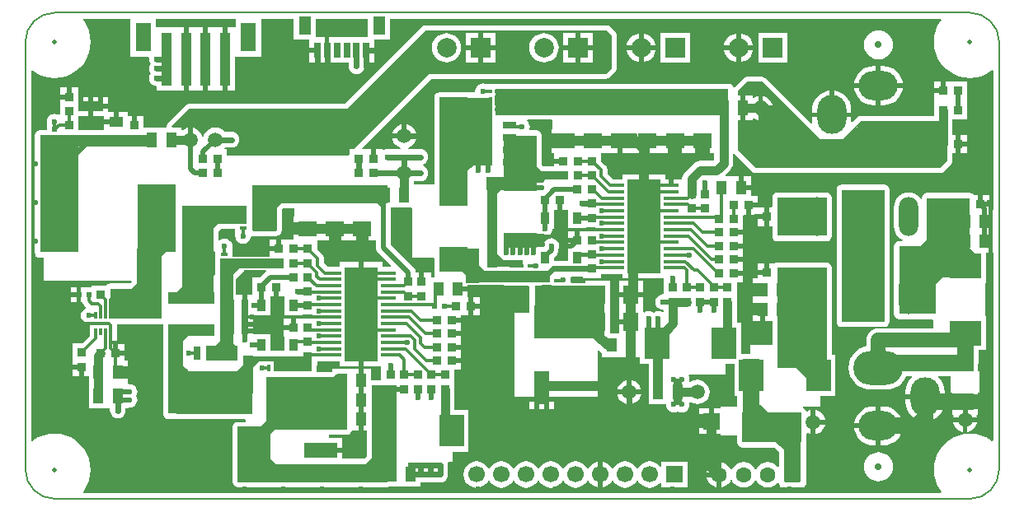
<source format=gtl>
%FSTAX43Y43*%
%MOMM*%
G71*
G01*
G75*
G04 Layer_Physical_Order=1*
G04 Layer_Color=255*
%ADD10R,2.500X3.300*%
%ADD11R,1.500X1.900*%
%ADD12R,1.600X0.300*%
%ADD13R,3.400X9.700*%
%ADD14R,0.400X0.455*%
%ADD15R,1.050X1.100*%
%ADD16R,0.400X0.850*%
%ADD17C,1.500*%
%ADD18R,1.400X0.700*%
%ADD19R,3.800X4.500*%
%ADD20R,0.900X0.900*%
%ADD21R,1.700X1.700*%
%ADD22R,1.000X1.400*%
%ADD23R,1.700X1.700*%
%ADD24R,1.300X1.900*%
%ADD25R,0.650X1.600*%
%ADD26R,1.000X5.500*%
%ADD27R,1.600X3.000*%
%ADD28R,4.000X7.000*%
%ADD29R,0.300X0.800*%
%ADD30R,3.300X2.500*%
%ADD31R,1.000X1.500*%
%ADD32R,1.900X1.500*%
%ADD33R,3.000X2.500*%
%ADD34R,3.500X1.500*%
%ADD35R,0.900X1.200*%
%ADD36R,0.900X0.900*%
%ADD37R,0.455X0.400*%
%ADD38R,1.100X1.050*%
%ADD39R,0.850X0.400*%
%ADD40R,1.499X3.404*%
%ADD41R,0.600X0.600*%
%ADD42R,0.400X0.700*%
G04:AMPARAMS|DCode=43|XSize=2.51mm|YSize=2.55mm|CornerRadius=0.063mm|HoleSize=0mm|Usage=FLASHONLY|Rotation=270.000|XOffset=0mm|YOffset=0mm|HoleType=Round|Shape=RoundedRectangle|*
%AMROUNDEDRECTD43*
21,1,2.510,2.425,0,0,270.0*
21,1,2.385,2.550,0,0,270.0*
1,1,0.126,-1.212,-1.192*
1,1,0.126,-1.212,1.192*
1,1,0.126,1.212,1.192*
1,1,0.126,1.212,-1.192*
%
%ADD43ROUNDEDRECTD43*%
%ADD44R,0.753X3.600*%
%ADD45R,3.404X1.499*%
%ADD46R,0.700X0.400*%
G04:AMPARAMS|DCode=47|XSize=2.51mm|YSize=2.55mm|CornerRadius=0.063mm|HoleSize=0mm|Usage=FLASHONLY|Rotation=0.000|XOffset=0mm|YOffset=0mm|HoleType=Round|Shape=RoundedRectangle|*
%AMROUNDEDRECTD47*
21,1,2.510,2.425,0,0,0.0*
21,1,2.385,2.550,0,0,0.0*
1,1,0.126,1.192,-1.212*
1,1,0.126,-1.192,-1.212*
1,1,0.126,-1.192,1.212*
1,1,0.126,1.192,1.212*
%
%ADD47ROUNDEDRECTD47*%
%ADD48R,2.500X1.000*%
%ADD49R,1.400X1.000*%
%ADD50R,0.700X1.400*%
%ADD51R,4.500X3.800*%
%ADD52R,0.600X0.600*%
%ADD53R,4.700X1.250*%
%ADD54C,1.000*%
%ADD55C,0.600*%
%ADD56C,0.500*%
%ADD57C,0.300*%
%ADD58C,1.500*%
%ADD59C,0.900*%
%ADD60C,0.400*%
%ADD61C,1.700*%
%ADD62R,11.700X1.200*%
%ADD63R,4.000X11.800*%
%ADD64R,2.500X1.250*%
%ADD65R,2.500X7.100*%
%ADD66R,5.300X3.150*%
%ADD67R,6.100X1.000*%
%ADD68R,2.500X2.100*%
%ADD69R,13.900X1.900*%
%ADD70R,6.600X1.900*%
%ADD71R,3.200X8.500*%
%ADD72R,1.400X10.500*%
%ADD73R,3.300X1.500*%
%ADD74R,1.500X9.100*%
%ADD75R,1.100X3.875*%
%ADD76R,7.900X4.400*%
%ADD77R,3.200X0.600*%
%ADD78R,3.875X1.600*%
%ADD79R,15.400X1.900*%
%ADD80R,2.500X9.900*%
%ADD81R,3.400X4.200*%
%ADD82R,8.300X5.400*%
%ADD83R,24.000X2.700*%
%ADD84R,3.000X2.800*%
%ADD85R,2.900X11.200*%
%ADD86R,1.400X3.600*%
%ADD87R,4.200X1.450*%
%ADD88R,3.400X0.800*%
%ADD89R,1.000X9.300*%
%ADD90R,4.200X0.900*%
%ADD91R,3.400X5.700*%
%ADD92R,7.100X3.400*%
%ADD93R,4.400X8.250*%
%ADD94R,3.800X7.000*%
%ADD95R,4.400X13.600*%
%ADD96R,1.800X7.200*%
%ADD97R,5.100X10.400*%
%ADD98R,5.100X4.000*%
%ADD99R,7.200X5.500*%
%ADD100R,8.400X1.300*%
%ADD101R,6.100X3.100*%
%ADD102C,0.200*%
%ADD103R,2.000X2.000*%
%ADD104C,2.000*%
%ADD105C,0.500*%
%ADD106O,5.080X3.500*%
%ADD107O,3.000X4.000*%
%ADD108O,4.000X3.000*%
%ADD109C,0.700*%
%ADD110O,2.000X4.000*%
%ADD111C,1.700*%
%ADD112C,1.600*%
%ADD113R,1.600X1.600*%
%ADD114C,0.600*%
G36*
X0310374Y0252844D02*
X0310296Y0252753D01*
X0309992Y0252256D01*
X0309769Y0251718D01*
X0309633Y0251152D01*
X0309587Y0250571D01*
X0309633Y024999D01*
X0309769Y0249424D01*
X0309992Y0248886D01*
X0310296Y0248389D01*
X0310674Y0247947D01*
X0311117Y0247568D01*
X0311614Y0247264D01*
X0312152Y0247041D01*
X0312718Y0246905D01*
X0313299Y024686D01*
X0313879Y0246905D01*
X0314445Y0247041D01*
X0314983Y0247264D01*
X031548Y0247568D01*
X0315571Y0247646D01*
X0315687Y0247593D01*
X0315687Y0233271D01*
X0315299Y0233271D01*
X0315299Y0233621D01*
X0314349Y0233621D01*
X0314349Y0233871D01*
X0314099Y0233871D01*
X0314099Y0234821D01*
X0313699Y0234821D01*
X0313659Y0234882D01*
X0313494Y0234992D01*
X0313299Y0235031D01*
X0308898Y0235031D01*
X0308703Y0234992D01*
X0308538Y0234882D01*
X0308428Y0234716D01*
X0308389Y0234521D01*
X0308389Y0234413D01*
X0308266Y0234383D01*
X0308252Y0234408D01*
X0308064Y0234637D01*
X0307836Y0234824D01*
X0307575Y0234964D01*
X0307293Y0235049D01*
X0306999Y0235078D01*
X0306704Y0235049D01*
X0306422Y0234964D01*
X0306161Y0234824D01*
X0305933Y0234637D01*
X0305745Y0234408D01*
X0305606Y0234148D01*
X030552Y0233865D01*
X0305491Y0233571D01*
X0305491Y0231571D01*
X030552Y0231277D01*
X0305606Y0230994D01*
X0305745Y0230734D01*
X0305933Y0230505D01*
X0306161Y0230318D01*
X0306367Y0230208D01*
X0306335Y0230081D01*
X0305999Y0230081D01*
X0305803Y0230042D01*
X0305638Y0229932D01*
X0305528Y0229766D01*
X0305489Y0229571D01*
X0305489Y0222571D01*
X0305528Y0222376D01*
X0305638Y0222211D01*
X0305803Y02221D01*
X0305999Y0222061D01*
X0309409Y0222061D01*
X0309498Y0221971D01*
X0309498Y0221132D01*
X0303898Y0221132D01*
X0303572Y0221089D01*
X0303268Y0220963D01*
X0303007Y0220763D01*
X0302807Y0220501D01*
X0302681Y0220197D01*
X0302638Y0219871D01*
X0302638Y0219279D01*
X0302243Y021916D01*
X0301852Y0218951D01*
X030151Y021867D01*
X0301229Y0218327D01*
X030102Y0217936D01*
X0300891Y0217512D01*
X0300848Y0217071D01*
X0300891Y021663D01*
X030102Y0216206D01*
X0301229Y0215815D01*
X030151Y0215472D01*
X0301852Y0215191D01*
X0302243Y0214982D01*
X0302667Y0214854D01*
X0303109Y021481D01*
X0304689Y021481D01*
X030513Y0214854D01*
X0305554Y0214982D01*
X0305945Y0215191D01*
X0306287Y0215472D01*
X0306568Y0215815D01*
X0306777Y0216206D01*
X0306778Y0216209D01*
X0307354Y0216209D01*
X0307397Y021609D01*
X0307277Y0215992D01*
X0307028Y0215688D01*
X0306842Y021534D01*
X0306727Y0214963D01*
X0306689Y0214571D01*
X0306689Y0214321D01*
X0310708Y0214321D01*
X0310708Y0214571D01*
X031067Y0214963D01*
X0310555Y021534D01*
X031037Y0215688D01*
X031012Y0215992D01*
X031Y021609D01*
X0310043Y0216209D01*
X0311299Y0216209D01*
X0311299Y0214471D01*
X0311449Y0214471D01*
X0311449Y0213821D01*
X0314148Y0213821D01*
X0314148Y0214471D01*
X0314299Y0214471D01*
X0314299Y0216671D01*
X0314148Y0216671D01*
X0314148Y0217483D01*
X031416Y0217571D01*
X031416Y0218871D01*
X0314949Y0218871D01*
X0314949Y0222371D01*
X0314949Y0222371D01*
X0314898Y0222421D01*
X0314898Y0225771D01*
X0314949Y0225771D01*
X0314949Y0228871D01*
X0315687Y0228871D01*
X0315687Y0209549D01*
X0315571Y0209496D01*
X031548Y0209574D01*
X0314983Y0209878D01*
X0314445Y0210101D01*
X0313879Y0210237D01*
X0313299Y0210282D01*
X0312718Y0210237D01*
X0312152Y0210101D01*
X0311614Y0209878D01*
X0311117Y0209574D01*
X0310674Y0209195D01*
X0310296Y0208753D01*
X0309992Y0208256D01*
X0309769Y0207718D01*
X0309633Y0207152D01*
X0309587Y0206571D01*
X0309633Y020599D01*
X0309769Y0205424D01*
X0309992Y0204886D01*
X0310296Y0204389D01*
X0310374Y0204298D01*
X0310321Y0204183D01*
X0222276Y0204183D01*
X0222223Y0204298D01*
X0222301Y0204389D01*
X0222605Y0204886D01*
X0222828Y0205424D01*
X0222964Y020599D01*
X022301Y0206571D01*
X0222964Y0207152D01*
X0222828Y0207718D01*
X0222605Y0208256D01*
X0222301Y0208753D01*
X0221923Y0209195D01*
X022148Y0209574D01*
X0220983Y0209878D01*
X0220445Y0210101D01*
X0219879Y0210237D01*
X0219299Y0210282D01*
X0218718Y0210237D01*
X0218152Y0210101D01*
X0217614Y0209878D01*
X0217117Y0209574D01*
X0217026Y0209496D01*
X021691Y0209549D01*
X021691Y0247593D01*
X0217026Y0247646D01*
X0217117Y0247568D01*
X0217614Y0247264D01*
X0218152Y0247041D01*
X0218718Y0246905D01*
X0219299Y024686D01*
X0219879Y0246905D01*
X0220445Y0247041D01*
X0220983Y0247264D01*
X022148Y0247568D01*
X0221923Y0247947D01*
X0222301Y0248389D01*
X0222605Y0248886D01*
X0222828Y0249424D01*
X0222964Y024999D01*
X022301Y0250571D01*
X0222964Y0251152D01*
X0222828Y0251718D01*
X0222605Y0252256D01*
X0222301Y0252753D01*
X0222223Y0252844D01*
X0222276Y0252959D01*
X0227099Y0252959D01*
X0227099Y0249071D01*
X0228907Y0249071D01*
X0229008Y0248944D01*
X0228992Y0248821D01*
X0229019Y0248612D01*
X02291Y0248418D01*
X0229174Y0248321D01*
X02291Y0248224D01*
X0229019Y024803D01*
X0228992Y0247821D01*
X0229019Y0247612D01*
X02291Y0247418D01*
X0229174Y0247321D01*
X02291Y0247224D01*
X0229019Y024703D01*
X0228992Y0246821D01*
X0229019Y0246612D01*
X02291Y0246418D01*
X0229228Y024625D01*
X0229395Y0246122D01*
X022959Y0246042D01*
X0229799Y0246014D01*
X0229799Y0245571D01*
X0231672Y0245571D01*
X0231799Y0245571D01*
X0231799Y0245571D01*
X0231799Y0245571D01*
X0231926Y0245571D01*
X0232549Y0245571D01*
X0232549Y0248821D01*
X0232549Y0252071D01*
X0231926Y0252071D01*
X0231799Y0252071D01*
X0231799Y0252071D01*
X0231672Y0252071D01*
X0229799Y0252071D01*
X0229699Y0252136D01*
X0229699Y0252959D01*
X0237899Y0252959D01*
X0237899Y0252136D01*
X0237799Y0252071D01*
X0237772Y0252071D01*
X0237049Y0252071D01*
X0237049Y0248821D01*
X0237049Y0245571D01*
X0237799Y0245571D01*
X0237799Y0249006D01*
X0237799Y0249006D01*
X0237899Y0249071D01*
X0237926Y0249071D01*
X0240499Y0249071D01*
X0240499Y0252959D01*
X0243849Y0252959D01*
X0243849Y0250816D01*
X0245474Y0250816D01*
X0245474Y0249991D01*
X0246299Y0249991D01*
X0246299Y0249741D01*
X0246549Y0249741D01*
X0246549Y0248441D01*
X0247049Y0248441D01*
X0247049Y0249741D01*
X0247049Y0251041D01*
X0246149Y0251041D01*
X0246149Y0252959D01*
X0251449Y0252959D01*
X0251449Y0251041D01*
X0247473Y0251041D01*
X0247473Y0249741D01*
X0247473Y0248441D01*
X0249492Y0248441D01*
X0249492Y0248071D01*
X0249519Y0247862D01*
X02496Y0247668D01*
X0249728Y02475D01*
X0249895Y0247372D01*
X025009Y0247292D01*
X0250299Y0247264D01*
X0250507Y0247292D01*
X0250702Y0247372D01*
X0250869Y02475D01*
X0250997Y0247668D01*
X0251078Y0247862D01*
X0251105Y0248071D01*
X0251105Y0248441D01*
X0252124Y0248441D01*
X0252124Y0249491D01*
X0251299Y0249491D01*
X0251299Y0249991D01*
X0252124Y0249991D01*
X0252124Y0250816D01*
X0253749Y0250816D01*
X0253749Y0252959D01*
X0310321Y0252959D01*
X0310374Y0252844D01*
X0310374Y0252844D02*
G37*
%LPC*%
G36*
X0308449Y0213821D02*
X0306689Y0213821D01*
X0306689Y0213571D01*
X0306727Y0213179D01*
X0306842Y0212802D01*
X0307028Y0212455D01*
X0307277Y021215D01*
X0307582Y02119D01*
X0307929Y0211714D01*
X0308306Y02116D01*
X0308449Y0211586D01*
X0308449Y0213821D01*
X0308449Y0213821D02*
G37*
G36*
X0312999Y0241021D02*
X0312299Y0241021D01*
X0312299Y0240321D01*
X0312999Y0240321D01*
X0312999Y0241021D01*
X0312999Y0241021D02*
G37*
G36*
X0304398Y0213081D02*
X0304148Y0213081D01*
X0304148Y0211321D01*
X0306384Y0211321D01*
X030637Y0211463D01*
X0306255Y021184D01*
X0306069Y0212188D01*
X030582Y0212492D01*
X0305515Y0212742D01*
X0305168Y0212928D01*
X0304791Y0213042D01*
X0304398Y0213081D01*
X0304398Y0213081D02*
G37*
G36*
X0297449Y0212699D02*
X0297449Y0211721D01*
X0298426Y0211721D01*
X0298416Y0211797D01*
X029829Y0212101D01*
X029809Y0212363D01*
X0297829Y0212563D01*
X0297525Y0212689D01*
X0297449Y0212699D01*
X0297449Y0212699D02*
G37*
G36*
X0290799Y0236771D02*
X0290049Y0236771D01*
X0290049Y0235821D01*
X0290799Y0235821D01*
X0290799Y0236771D01*
X0290799Y0236771D02*
G37*
G36*
X0312999Y0239821D02*
X0312299Y0239821D01*
X0312299Y0239121D01*
X0312999Y0239121D01*
X0312999Y0239821D01*
X0312999Y0239821D02*
G37*
G36*
X0310708Y0213821D02*
X0308949Y0213821D01*
X0308949Y0211586D01*
X0309091Y02116D01*
X0309468Y0211714D01*
X0309815Y02119D01*
X031012Y021215D01*
X031037Y0212455D01*
X0310555Y0212802D01*
X031067Y0213179D01*
X0310708Y0213571D01*
X0310708Y0213821D01*
X0310708Y0213821D02*
G37*
G36*
X0254949Y0242099D02*
X0254872Y0242089D01*
X0254568Y0241963D01*
X0254307Y0241763D01*
X0254107Y0241501D01*
X0253981Y0241197D01*
X0253971Y0241121D01*
X0254949Y0241121D01*
X0254949Y0242099D01*
X0254949Y0242099D02*
G37*
G36*
X0299349Y0245556D02*
X0299349Y0243321D01*
X0301108Y0243321D01*
X0301108Y0243571D01*
X030107Y0243963D01*
X0300955Y024434D01*
X030077Y0244688D01*
X030052Y0244992D01*
X0300215Y0245242D01*
X0299868Y0245428D01*
X0299491Y0245542D01*
X0299349Y0245556D01*
X0299349Y0245556D02*
G37*
G36*
X0314026Y0211421D02*
X0313049Y0211421D01*
X0313049Y0210443D01*
X0313125Y0210453D01*
X0313429Y0210579D01*
X031369Y021078D01*
X031389Y0211041D01*
X0314016Y0211345D01*
X0314026Y0211421D01*
X0314026Y0211421D02*
G37*
G36*
X0303648Y0245821D02*
X0301413Y0245821D01*
X0301427Y0245679D01*
X0301542Y0245302D01*
X0301728Y0244955D01*
X0301977Y024465D01*
X0302282Y02444D01*
X0302629Y0244214D01*
X0303006Y02441D01*
X0303398Y0244061D01*
X0303648Y0244061D01*
X0303648Y0245821D01*
X0303648Y0245821D02*
G37*
G36*
X0298849Y0245556D02*
X0298706Y0245542D01*
X0298329Y0245428D01*
X0297982Y0245242D01*
X0297677Y0244992D01*
X0297428Y0244688D01*
X0297242Y024434D01*
X0297127Y0243963D01*
X0297089Y0243571D01*
X0297089Y0243321D01*
X0298849Y0243321D01*
X0298849Y0245556D01*
X0298849Y0245556D02*
G37*
G36*
X0255449Y0242099D02*
X0255449Y0241121D01*
X0256426Y0241121D01*
X0256416Y0241197D01*
X025629Y0241501D01*
X025609Y0241763D01*
X0255829Y0241963D01*
X0255525Y0242089D01*
X0255449Y0242099D01*
X0255449Y0242099D02*
G37*
G36*
X0303648Y0213081D02*
X0303398Y0213081D01*
X0303006Y0213042D01*
X0302629Y0212928D01*
X0302282Y0212742D01*
X0301977Y0212492D01*
X0301728Y0212188D01*
X0301542Y021184D01*
X0301427Y0211463D01*
X0301413Y0211321D01*
X0303648Y0211321D01*
X0303648Y0213081D01*
X0303648Y0213081D02*
G37*
G36*
X0224749Y0243671D02*
X0223249Y0243671D01*
X0223249Y0242921D01*
X0224399Y0242921D01*
X0224399Y0242621D01*
X0225349Y0242621D01*
X0225349Y0243371D01*
X0224749Y0243371D01*
X0224749Y0243671D01*
X0224749Y0243671D02*
G37*
G36*
X0315299Y0234821D02*
X0314599Y0234821D01*
X0314599Y0234121D01*
X0315299Y0234121D01*
X0315299Y0234821D01*
X0315299Y0234821D02*
G37*
G36*
X0279526Y0214321D02*
X0278549Y0214321D01*
X0278549Y0213343D01*
X0278625Y0213353D01*
X0278929Y0213479D01*
X027919Y021368D01*
X027939Y0213941D01*
X0279516Y0214245D01*
X0279526Y0214321D01*
X0279526Y0214321D02*
G37*
G36*
X0304499Y0235881D02*
X0300099Y0235881D01*
X0299903Y0235842D01*
X0299738Y0235732D01*
X0299628Y0235566D01*
X0299589Y0235371D01*
X0299589Y0221771D01*
X0299628Y0221576D01*
X0299738Y0221411D01*
X0299903Y02213D01*
X0300099Y0221261D01*
X0304499Y0221261D01*
X0304694Y02213D01*
X0304859Y0221411D01*
X030497Y0221576D01*
X0305008Y0221771D01*
X0305008Y0235371D01*
X030497Y0235566D01*
X0304859Y0235732D01*
X0304694Y0235842D01*
X0304499Y0235881D01*
X0304499Y0235881D02*
G37*
G36*
X0262999Y0223121D02*
X0262299Y0223121D01*
X0262299Y0222421D01*
X0262999Y0222421D01*
X0262999Y0223121D01*
X0262999Y0223121D02*
G37*
G36*
X0291749Y0222821D02*
X0290999Y0222821D01*
X0290999Y0221871D01*
X0291749Y0221871D01*
X0291749Y0222821D01*
X0291749Y0222821D02*
G37*
G36*
X0278549Y0215799D02*
X0278549Y0214821D01*
X0279526Y0214821D01*
X0279516Y0214897D01*
X027939Y0215201D01*
X027919Y0215463D01*
X0278929Y0215663D01*
X0278625Y0215789D01*
X0278549Y0215799D01*
X0278549Y0215799D02*
G37*
G36*
X0278049Y0215799D02*
X0277972Y0215789D01*
X0277668Y0215663D01*
X0277407Y0215463D01*
X0277207Y0215201D01*
X0277081Y0214897D01*
X0277071Y0214821D01*
X0278049Y0214821D01*
X0278049Y0215799D01*
X0278049Y0215799D02*
G37*
G36*
X0226499Y0219521D02*
X0225799Y0219521D01*
X0225799Y0218821D01*
X0226499Y0218821D01*
X0226499Y0219521D01*
X0226499Y0219521D02*
G37*
G36*
X0221849Y0216871D02*
X0221149Y0216871D01*
X0221149Y0216171D01*
X0221849Y0216171D01*
X0221849Y0216871D01*
X0221849Y0216871D02*
G37*
G36*
X0314148Y0213321D02*
X0311449Y0213321D01*
X0311449Y0212221D01*
X0311559Y0212221D01*
X031163Y0212115D01*
X0311581Y0211997D01*
X0311571Y0211921D01*
X0314026Y0211921D01*
X0314016Y0211997D01*
X0313967Y0212115D01*
X0314038Y0212221D01*
X0314148Y0212221D01*
X0314148Y0213321D01*
X0314148Y0213321D02*
G37*
G36*
X0292199Y0227821D02*
X0291499Y0227821D01*
X0291499Y0227121D01*
X0292199Y0227121D01*
X0292199Y0227821D01*
X0292199Y0227821D02*
G37*
G36*
X0298599Y0235081D02*
X0293499Y0235081D01*
X0293303Y0235042D01*
X0293138Y0234932D01*
X0293028Y0234766D01*
X0292989Y0234571D01*
X0292989Y0233611D01*
X0292899Y0233521D01*
X0292699Y0233521D01*
X0292699Y0232571D01*
X0292699Y0231621D01*
X0292989Y0231621D01*
X0292989Y0230571D01*
X0293028Y0230376D01*
X0293138Y0230211D01*
X0293303Y02301D01*
X0293499Y0230061D01*
X0298599Y0230061D01*
X0298794Y02301D01*
X0298959Y0230211D01*
X0299069Y0230376D01*
X0299108Y0230571D01*
X0299108Y0234571D01*
X0299069Y0234766D01*
X0298959Y0234932D01*
X0298794Y0235042D01*
X0298599Y0235081D01*
X0298599Y0235081D02*
G37*
G36*
X0286549Y0212921D02*
X0285449Y0212921D01*
X0285449Y0211821D01*
X0286549Y0211821D01*
X0286549Y0212921D01*
X0286549Y0212921D02*
G37*
G36*
X0221549Y0224321D02*
X0220999Y0224321D01*
X0220999Y0223771D01*
X0221549Y0223771D01*
X0221549Y0224321D01*
X0221549Y0224321D02*
G37*
G36*
X0262999Y0224321D02*
X0262299Y0224321D01*
X0262299Y0223621D01*
X0262999Y0223621D01*
X0262999Y0224321D01*
X0262999Y0224321D02*
G37*
G36*
X0278049Y0214321D02*
X0277071Y0214321D01*
X0277081Y0214245D01*
X0277207Y0213941D01*
X0277407Y021368D01*
X0277668Y0213479D01*
X0277972Y0213353D01*
X0278049Y0213343D01*
X0278049Y0214321D01*
X0278049Y0214321D02*
G37*
G36*
X0221549Y0225371D02*
X0220999Y0225371D01*
X0220999Y0224821D01*
X0221549Y0224821D01*
X0221549Y0225371D01*
X0221549Y0225371D02*
G37*
G36*
X0289799Y0251454D02*
X0289799Y0250221D01*
X0291031Y0250221D01*
X0291027Y0250265D01*
X0290941Y0250548D01*
X0290802Y0250808D01*
X0290614Y0251037D01*
X0290386Y0251224D01*
X0290125Y0251364D01*
X0289843Y0251449D01*
X0289799Y0251454D01*
X0289799Y0251454D02*
G37*
G36*
X0289299Y0251454D02*
X0289254Y0251449D01*
X0288972Y0251364D01*
X0288711Y0251224D01*
X0288483Y0251037D01*
X0288295Y0250808D01*
X0288156Y0250548D01*
X028807Y0250265D01*
X0288066Y0250221D01*
X0289299Y0250221D01*
X0289299Y0251454D01*
X0289299Y0251454D02*
G37*
G36*
X0289299Y0249721D02*
X0288066Y0249721D01*
X028807Y0249677D01*
X0288156Y0249394D01*
X0288295Y0249134D01*
X0288483Y0248905D01*
X0288711Y0248718D01*
X0288972Y0248579D01*
X0289254Y0248493D01*
X0289299Y0248488D01*
X0289299Y0249721D01*
X0289299Y0249721D02*
G37*
G36*
X0281031Y0249721D02*
X0279799Y0249721D01*
X0279799Y0248488D01*
X0279843Y0248493D01*
X0280125Y0248579D01*
X0280386Y0248718D01*
X0280614Y0248905D01*
X0280802Y0249134D01*
X0280941Y0249394D01*
X0281027Y0249677D01*
X0281031Y0249721D01*
X0281031Y0249721D02*
G37*
G36*
X0233799Y0252071D02*
X0233799Y0252071D01*
X0233799Y0252071D01*
X0233672Y0252071D01*
X0233049Y0252071D01*
X0233049Y0248821D01*
X0233049Y0245571D01*
X0233672Y0245571D01*
X0233799Y0245571D01*
X0233799Y0245571D01*
X0233799Y0245571D01*
X0233926Y0245571D01*
X0234549Y0245571D01*
X0234549Y0248821D01*
X0234549Y0252071D01*
X0233926Y0252071D01*
X0233799Y0252071D01*
X0233799Y0252071D02*
G37*
G36*
X0294549Y0251471D02*
X0291549Y0251471D01*
X0291549Y0248471D01*
X0294549Y0248471D01*
X0294549Y0251471D01*
X0294549Y0251471D02*
G37*
G36*
X0279299Y0249721D02*
X0278066Y0249721D01*
X027807Y0249677D01*
X0278156Y0249394D01*
X0278295Y0249134D01*
X0278483Y0248905D01*
X0278711Y0248718D01*
X0278972Y0248579D01*
X0279254Y0248493D01*
X0279299Y0248488D01*
X0279299Y0249721D01*
X0279299Y0249721D02*
G37*
G36*
X0279799Y0251454D02*
X0279799Y0250221D01*
X0281031Y0250221D01*
X0281027Y0250265D01*
X0280941Y0250548D01*
X0280802Y0250808D01*
X0280614Y0251037D01*
X0280386Y0251224D01*
X0280125Y0251364D01*
X0279843Y0251449D01*
X0279799Y0251454D01*
X0279799Y0251454D02*
G37*
G36*
X0287299Y0207324D02*
X0287209Y0207313D01*
X0286893Y0207182D01*
X0286621Y0206973D01*
X0286413Y0206702D01*
X0286282Y0206385D01*
X028627Y0206296D01*
X0287299Y0206296D01*
X0287299Y0207324D01*
X0287299Y0207324D02*
G37*
G36*
X0287299Y0205796D02*
X028627Y0205796D01*
X0286282Y0205707D01*
X0286413Y020539D01*
X0286621Y0205119D01*
X0286893Y020491D01*
X0287209Y0204779D01*
X0287299Y0204768D01*
X0287299Y0205796D01*
X0287299Y0205796D02*
G37*
G36*
X0303898Y0208378D02*
X0303604Y0208349D01*
X0303322Y0208264D01*
X0303061Y0208124D01*
X0302833Y0207937D01*
X0302645Y0207708D01*
X0302506Y0207448D01*
X030242Y0207165D01*
X0302391Y0206871D01*
X030242Y0206577D01*
X0302506Y0206294D01*
X0302645Y0206034D01*
X0302833Y0205805D01*
X0303061Y0205618D01*
X0303322Y0205479D01*
X0303604Y0205393D01*
X0303898Y0205364D01*
X0304193Y0205393D01*
X0304475Y0205479D01*
X0304736Y0205618D01*
X0304964Y0205805D01*
X0305152Y0206034D01*
X0305291Y0206294D01*
X0305377Y0206577D01*
X0305406Y0206871D01*
X0305377Y0207165D01*
X0305291Y0207448D01*
X0305152Y0207708D01*
X0304964Y0207937D01*
X0304736Y0208124D01*
X0304475Y0208264D01*
X0304193Y0208349D01*
X0303898Y0208378D01*
X0303898Y0208378D02*
G37*
G36*
X0272799Y0207433D02*
X0272446Y0207386D01*
X0272118Y020725D01*
X0271836Y0207034D01*
X0271619Y0206752D01*
X0271592Y0206686D01*
X0271465Y0206686D01*
X0271438Y0206752D01*
X0271221Y0207034D01*
X0270939Y020725D01*
X0270611Y0207386D01*
X0270259Y0207433D01*
X0269906Y0207386D01*
X0269578Y020725D01*
X0269296Y0207034D01*
X0269079Y0206752D01*
X0269052Y0206686D01*
X0268925Y0206686D01*
X0268898Y0206752D01*
X0268681Y0207034D01*
X0268399Y020725D01*
X0268071Y0207386D01*
X0267719Y0207433D01*
X0267366Y0207386D01*
X0267038Y020725D01*
X0266756Y0207034D01*
X0266539Y0206752D01*
X0266512Y0206686D01*
X0266385Y0206686D01*
X0266358Y0206752D01*
X0266141Y0207034D01*
X0265859Y020725D01*
X0265531Y0207386D01*
X0265178Y0207433D01*
X0264826Y0207386D01*
X0264498Y020725D01*
X0264216Y0207034D01*
X0263999Y0206752D01*
X0263972Y0206686D01*
X0263845Y0206686D01*
X0263818Y0206752D01*
X0263601Y0207034D01*
X0263319Y020725D01*
X0262991Y0207386D01*
X0262639Y0207433D01*
X0262286Y0207386D01*
X0261958Y020725D01*
X0261676Y0207034D01*
X0261459Y0206752D01*
X0261323Y0206423D01*
X0261277Y0206071D01*
X0261323Y0205719D01*
X0261459Y020539D01*
X0261676Y0205108D01*
X0261958Y0204892D01*
X0262286Y0204756D01*
X0262639Y0204709D01*
X0262991Y0204756D01*
X0263319Y0204892D01*
X0263601Y0205108D01*
X0263818Y020539D01*
X0263845Y0205456D01*
X0263972Y0205456D01*
X0263999Y020539D01*
X0264216Y0205108D01*
X0264498Y0204892D01*
X0264826Y0204756D01*
X0265178Y0204709D01*
X0265531Y0204756D01*
X0265859Y0204892D01*
X0266141Y0205108D01*
X0266358Y020539D01*
X0266385Y0205456D01*
X0266512Y0205456D01*
X0266539Y020539D01*
X0266756Y0205108D01*
X0267038Y0204892D01*
X0267366Y0204756D01*
X0267719Y0204709D01*
X0268071Y0204756D01*
X0268399Y0204892D01*
X0268681Y0205108D01*
X0268898Y020539D01*
X0268925Y0205456D01*
X0269052Y0205456D01*
X0269079Y020539D01*
X0269296Y0205108D01*
X0269578Y0204892D01*
X0269906Y0204756D01*
X0270259Y0204709D01*
X0270611Y0204756D01*
X0270939Y0204892D01*
X0271221Y0205108D01*
X0271438Y020539D01*
X0271465Y0205456D01*
X0271592Y0205456D01*
X0271619Y020539D01*
X0271836Y0205108D01*
X0272118Y0204892D01*
X0272446Y0204756D01*
X0272799Y0204709D01*
X0273151Y0204756D01*
X0273479Y0204892D01*
X0273761Y0205108D01*
X0273978Y020539D01*
X0274005Y0205456D01*
X0274132Y0205456D01*
X0274159Y020539D01*
X0274376Y0205108D01*
X0274658Y0204892D01*
X0274986Y0204756D01*
X0275089Y0204742D01*
X0275089Y0206071D01*
X0275089Y02074D01*
X0274986Y0207386D01*
X0274658Y020725D01*
X0274376Y0207034D01*
X0274159Y0206752D01*
X0274132Y0206686D01*
X0274005Y0206686D01*
X0273978Y0206752D01*
X0273761Y0207034D01*
X0273479Y020725D01*
X0273151Y0207386D01*
X0272799Y0207433D01*
X0272799Y0207433D02*
G37*
G36*
X0291031Y0249721D02*
X0289799Y0249721D01*
X0289799Y0248488D01*
X0289843Y0248493D01*
X0290125Y0248579D01*
X0290386Y0248718D01*
X0290614Y0248905D01*
X0290802Y0249134D01*
X0290941Y0249394D01*
X0291027Y0249677D01*
X0291031Y0249721D01*
X0291031Y0249721D02*
G37*
G36*
X0303898Y0251778D02*
X0303604Y0251749D01*
X0303322Y0251664D01*
X0303061Y0251524D01*
X0302833Y0251337D01*
X0302645Y0251108D01*
X0302506Y0250848D01*
X030242Y0250565D01*
X0302391Y0250271D01*
X030242Y0249977D01*
X0302506Y0249694D01*
X0302645Y0249434D01*
X0302833Y0249205D01*
X0303061Y0249018D01*
X0303322Y0248878D01*
X0303604Y0248793D01*
X0303898Y0248764D01*
X0304193Y0248793D01*
X0304475Y0248878D01*
X0304736Y0249018D01*
X0304964Y0249205D01*
X0305152Y0249434D01*
X0305291Y0249694D01*
X0305377Y0249977D01*
X0305406Y0250271D01*
X0305377Y0250565D01*
X0305291Y0250848D01*
X0305152Y0251108D01*
X0304964Y0251337D01*
X0304736Y0251524D01*
X0304475Y0251664D01*
X0304193Y0251749D01*
X0303898Y0251778D01*
X0303898Y0251778D02*
G37*
G36*
X0279299Y0251454D02*
X0279254Y0251449D01*
X0278972Y0251364D01*
X0278711Y0251224D01*
X0278483Y0251037D01*
X0278295Y0250808D01*
X0278156Y0250548D01*
X027807Y0250265D01*
X0278066Y0250221D01*
X0279299Y0250221D01*
X0279299Y0251454D01*
X0279299Y0251454D02*
G37*
G36*
X0284549Y0251471D02*
X0281549Y0251471D01*
X0281549Y0248471D01*
X0284549Y0248471D01*
X0284549Y0251471D01*
X0284549Y0251471D02*
G37*
G36*
X0275998Y0252281D02*
X0275998Y0252281D01*
X0273852Y0252281D01*
X0273823Y0252275D01*
X0273811Y0252277D01*
X0273799Y0252276D01*
X0273786Y0252277D01*
X0273774Y0252275D01*
X0273745Y0252281D01*
X0269852Y0252281D01*
X0269823Y0252275D01*
X0269812Y0252277D01*
X0269799Y0252276D01*
X0269785Y0252277D01*
X0269774Y0252275D01*
X0269745Y0252281D01*
X0265851Y0252281D01*
X0265823Y0252275D01*
X0265812Y0252276D01*
X0265799Y0252276D01*
X0265785Y0252276D01*
X0265774Y0252275D01*
X0265746Y0252281D01*
X0261851Y0252281D01*
X0261822Y0252275D01*
X0261813Y0252276D01*
X0261799Y0252275D01*
X0261784Y0252276D01*
X0261775Y0252275D01*
X0261746Y0252281D01*
X025785Y0252281D01*
X0257822Y0252275D01*
X0257814Y0252276D01*
X0257799Y0252275D01*
X0257784Y0252276D01*
X0257775Y0252275D01*
X0257747Y0252281D01*
X0257398Y0252281D01*
X025734Y0252269D01*
X0257203Y0252242D01*
X0257203Y0252242D01*
X0257203Y0252242D01*
X0257038Y0252131D01*
X0249087Y0244181D01*
X0233099Y0244181D01*
X0232903Y0244142D01*
X0232738Y0244031D01*
X0230955Y0242249D01*
X0230955Y0242249D01*
X0230955Y0242249D01*
X0230911Y0242183D01*
X0230845Y0242083D01*
X0230845Y0242083D01*
X0230845Y0242083D01*
X0230832Y0242018D01*
X0230806Y0241888D01*
X0230803Y0241861D01*
X0230729Y0241771D01*
X0230426Y0241771D01*
X0230299Y0241771D01*
X0230299Y0241771D01*
X0230298Y0241771D01*
X0230298Y0241771D01*
X0230298Y0241771D01*
X0228449Y0241771D01*
X0228449Y0242971D01*
X0227749Y0242971D01*
X0227749Y0242021D01*
X0227249Y0242021D01*
X0227249Y0242971D01*
X0226799Y0242971D01*
X0226799Y0243371D01*
X0225849Y0243371D01*
X0225849Y0242371D01*
X0225599Y0242371D01*
X0225599Y0242121D01*
X0224399Y0242121D01*
X0224399Y0241481D01*
X0221749Y0241481D01*
X0221749Y0242471D01*
X0221749Y0242921D01*
X0222749Y0242921D01*
X0222749Y0243921D01*
X0222749Y0244921D01*
X0221749Y0244921D01*
X0221749Y0245871D01*
X0221049Y0245871D01*
X0221049Y0244921D01*
X0220799Y0244921D01*
X0220799Y0244671D01*
X0219849Y0244671D01*
X0219849Y0243971D01*
X0219849Y0243101D01*
X0219735Y0243045D01*
X0219702Y024307D01*
X0219507Y024315D01*
X0219299Y0243178D01*
X021909Y024315D01*
X0218895Y024307D01*
X0218728Y0242942D01*
X02186Y0242774D01*
X0218519Y024258D01*
X0218492Y0242371D01*
X0218499Y0242319D01*
X0218499Y0241481D01*
X0217799Y0241481D01*
X0217603Y0241442D01*
X0217438Y0241331D01*
X0217328Y0241166D01*
X0217289Y0240971D01*
X0217289Y0240671D01*
X0217289Y0239771D01*
X0217289Y0228871D01*
X0217299Y0228822D01*
X0217299Y0228471D01*
X0217497Y0228471D01*
X0217603Y02284D01*
X0217799Y0228361D01*
X0218199Y0228361D01*
X0218199Y0225971D01*
X0227149Y0225971D01*
X0227202Y0225844D01*
X0227088Y0225731D01*
X0224999Y0225731D01*
X0224803Y0225692D01*
X0224638Y0225581D01*
X0224598Y0225521D01*
X0223099Y0225521D01*
X0223099Y0225371D01*
X0221998Y0225371D01*
X0221998Y0224571D01*
X0221998Y0223771D01*
X0222178Y0223771D01*
X0222192Y0223736D01*
X0222231Y0223643D01*
X0222335Y0223507D01*
X0222529Y0223313D01*
X02225Y0223163D01*
X0222395Y022312D01*
X0222228Y0222992D01*
X02221Y0222824D01*
X0222019Y022263D01*
X0221992Y0222421D01*
X0222019Y0222212D01*
X02221Y0222018D01*
X0222228Y022185D01*
X0222395Y0221722D01*
X022259Y0221642D01*
X0222799Y0221614D01*
X0222803Y0221615D01*
X0222855Y0221569D01*
X0222898Y0221499D01*
X0222898Y0220764D01*
X0222893Y0220721D01*
X0222893Y0220342D01*
X0222121Y0219571D01*
X0221149Y0219571D01*
X0221149Y0217671D01*
X0221149Y0217371D01*
X0222099Y0217371D01*
X0222099Y0217121D01*
X0222349Y0217121D01*
X0222349Y0216171D01*
X0222799Y0216171D01*
X0222799Y0215371D01*
X0222799Y0212921D01*
X0224672Y0212921D01*
X0224798Y0212921D01*
X0224799Y0212921D01*
X0224799Y0212921D01*
X0224799Y0212921D01*
X0224799Y0212921D01*
X0224992Y0212921D01*
X0224992Y0212671D01*
X0225019Y0212462D01*
X02251Y0212268D01*
X0225228Y02121D01*
X0225395Y0211972D01*
X022559Y0211892D01*
X0225799Y0211864D01*
X0226007Y0211892D01*
X0226202Y0211972D01*
X0226369Y02121D01*
X0226497Y0212268D01*
X0226578Y0212462D01*
X0226605Y0212671D01*
X0226605Y0212921D01*
X0226799Y0212921D01*
X0226799Y0212921D01*
X0226867Y0212981D01*
X0226999Y0212964D01*
X0227207Y0212992D01*
X0227402Y0213072D01*
X0227569Y02132D01*
X0227697Y0213368D01*
X0227778Y0213562D01*
X0227805Y0213771D01*
X0227778Y021398D01*
X0227699Y0214171D01*
X0227778Y0214362D01*
X0227805Y0214571D01*
X0227778Y021478D01*
X0227697Y0214974D01*
X0227569Y0215142D01*
X0227402Y021527D01*
X0227207Y021535D01*
X0226999Y0215378D01*
X0226924Y0215368D01*
X0226799Y021548D01*
X0226799Y0216321D01*
X0225799Y0216321D01*
X0225799Y0216821D01*
X0226799Y0216821D01*
X0226799Y0217771D01*
X0226499Y0217771D01*
X0226499Y0218321D01*
X0225549Y0218321D01*
X0225549Y0218571D01*
X0225299Y0218571D01*
X0225299Y0219521D01*
X0225204Y0219521D01*
X0225204Y0219821D01*
X0225699Y0219821D01*
X0225699Y0221521D01*
X0225699Y0221561D01*
X0230299Y0221561D01*
X023035Y0221572D01*
X0230449Y0221491D01*
X0230449Y0219821D01*
X0230489Y0219821D01*
X0230489Y0212271D01*
X0230528Y0212076D01*
X0230638Y0211911D01*
X0230803Y02118D01*
X0230999Y0211761D01*
X0238809Y0211761D01*
X0238899Y0211671D01*
X0238899Y0211481D01*
X0238099Y0211481D01*
X0237903Y0211442D01*
X0237738Y0211331D01*
X0237628Y0211166D01*
X0237589Y0210971D01*
X0237589Y0207171D01*
X0237589Y0206771D01*
X0237589Y0205271D01*
X0237628Y0205076D01*
X0237738Y0204911D01*
X0237903Y02048D01*
X0238099Y0204761D01*
X0253499Y0204761D01*
X0253694Y02048D01*
X0253725Y0204821D01*
X0254772Y0204821D01*
X0254898Y0204821D01*
X0254898Y0204821D01*
X0254899Y0204821D01*
X0254899Y0204821D01*
X0254899Y0204821D01*
X0256898Y0204821D01*
X0256898Y0205264D01*
X0258898Y0205264D01*
X0259107Y0205292D01*
X0259302Y0205372D01*
X0259469Y02055D01*
X0259597Y0205668D01*
X0259678Y0205862D01*
X0259705Y0206071D01*
X0259705Y0207071D01*
X0259683Y0207244D01*
X0259761Y0207371D01*
X0260199Y0207371D01*
X0260199Y0208421D01*
X0261799Y0208421D01*
X0261799Y0212721D01*
X0260357Y0212721D01*
X0260357Y0214821D01*
X0260349Y0214883D01*
X0260349Y0215371D01*
X0260349Y0216821D01*
X0260999Y0216821D01*
X0260999Y0217521D01*
X0260049Y0217521D01*
X0260049Y0218021D01*
X0260999Y0218021D01*
X0260999Y0218221D01*
X0260999Y0218921D01*
X0260049Y0218921D01*
X0260049Y0219421D01*
X0260999Y0219421D01*
X0260999Y0219621D01*
X0260999Y0220321D01*
X0260049Y0220321D01*
X0260049Y0220821D01*
X0260999Y0220821D01*
X0260999Y0221021D01*
X0260999Y0221721D01*
X0260049Y0221721D01*
X0260049Y0222221D01*
X0260999Y0222221D01*
X0260999Y0222421D01*
X0261799Y0222421D01*
X0261799Y0223371D01*
X0261799Y0224321D01*
X0261699Y0224321D01*
X0261699Y0224921D01*
X0260699Y0224921D01*
X0260699Y0225421D01*
X0261699Y0225421D01*
X0261699Y0225567D01*
X0265449Y0225567D01*
X0265449Y0225521D01*
X026798Y0225521D01*
X0268049Y0225423D01*
X0268049Y0222671D01*
X0266499Y0222671D01*
X0266499Y0214071D01*
X0268049Y0214071D01*
X0268049Y0212769D01*
X0270548Y0212769D01*
X0270548Y0214071D01*
X0275099Y0214071D01*
X0275099Y0218779D01*
X0275216Y0218827D01*
X0275385Y0218658D01*
X0275499Y0218571D01*
X0275499Y0218171D01*
X0277372Y0218171D01*
X0277499Y0218171D01*
X0277499Y0218171D01*
X0277499Y0218171D01*
X0277499Y0218171D01*
X0277499Y0218171D01*
X0278249Y0218171D01*
X0278249Y0219371D01*
X0278749Y0219371D01*
X0278749Y0218171D01*
X0279398Y0218171D01*
X0279398Y0217421D01*
X028029Y0217421D01*
X028029Y0214571D01*
X0280299Y0214505D01*
X0280299Y0213321D01*
X0282048Y0213321D01*
X0282092Y0213271D01*
X0282119Y0213062D01*
X02822Y0212868D01*
X0282328Y02127D01*
X0282495Y0212572D01*
X028269Y0212492D01*
X0282898Y0212464D01*
X0283107Y0212492D01*
X0283299Y0212571D01*
X028349Y0212492D01*
X0283699Y0212464D01*
X0283907Y0212492D01*
X0284102Y0212572D01*
X0284269Y02127D01*
X0284397Y0212868D01*
X0284478Y0213062D01*
X0284505Y0213271D01*
X028448Y0213463D01*
X0284516Y02135D01*
X0284591Y0213538D01*
X0284668Y0213479D01*
X0284972Y0213353D01*
X0285299Y021331D01*
X0285625Y0213353D01*
X0285929Y0213479D01*
X028619Y021368D01*
X028639Y0213941D01*
X0286516Y0214245D01*
X0286559Y0214571D01*
X0286516Y0214897D01*
X028639Y0215201D01*
X028619Y0215463D01*
X0285929Y0215663D01*
X0285625Y0215789D01*
X0285299Y0215832D01*
X0284972Y0215789D01*
X0284668Y0215663D01*
X0284591Y0215604D01*
X0284516Y0215642D01*
X028448Y0215679D01*
X0284505Y0215871D01*
X0284478Y021608D01*
X028441Y0216244D01*
X0284467Y0216371D01*
X0288199Y0216371D01*
X0288199Y0217421D01*
X0289099Y0217421D01*
X0289099Y0214121D01*
X0289389Y0214121D01*
X0289389Y0213071D01*
X0287699Y0213071D01*
X0287699Y0212921D01*
X0287049Y0212921D01*
X0287049Y0211571D01*
X0287049Y0210221D01*
X0287699Y0210221D01*
X0287699Y0210071D01*
X0289389Y0210071D01*
X0289389Y0209371D01*
X0289428Y0209176D01*
X0289538Y0209011D01*
X0289703Y02089D01*
X0289898Y0208861D01*
X0293182Y0208861D01*
X0293689Y0208354D01*
X0293689Y0206904D01*
X0293562Y0206861D01*
X0293476Y0206973D01*
X0293204Y0207182D01*
X0292888Y0207313D01*
X0292549Y0207357D01*
X0292209Y0207313D01*
X0291893Y0207182D01*
X0291621Y0206973D01*
X0291413Y0206702D01*
X0291362Y0206579D01*
X0291235Y0206579D01*
X0291184Y0206702D01*
X0290976Y0206973D01*
X0290704Y0207182D01*
X0290388Y0207313D01*
X0290049Y0207357D01*
X0289709Y0207313D01*
X0289393Y0207182D01*
X0289121Y0206973D01*
X0288913Y0206702D01*
X0288862Y0206579D01*
X0288735Y0206579D01*
X0288684Y0206702D01*
X0288476Y0206973D01*
X0288204Y0207182D01*
X0287888Y0207313D01*
X0287799Y0207324D01*
X0287799Y0206046D01*
X0287799Y0204768D01*
X0287888Y0204779D01*
X0288204Y020491D01*
X0288476Y0205119D01*
X0288684Y020539D01*
X0288735Y0205513D01*
X0288862Y0205513D01*
X0288913Y020539D01*
X0289121Y0205119D01*
X0289393Y020491D01*
X0289709Y0204779D01*
X0290049Y0204735D01*
X0290388Y0204779D01*
X0290704Y020491D01*
X0290976Y0205119D01*
X0291184Y020539D01*
X0291235Y0205513D01*
X0291362Y0205513D01*
X0291413Y020539D01*
X0291621Y0205119D01*
X0291893Y020491D01*
X0292209Y0204779D01*
X0292549Y0204735D01*
X0292888Y0204779D01*
X0293204Y020491D01*
X0293476Y0205119D01*
X0293566Y0205237D01*
X0293702Y0205205D01*
X0293728Y0205076D01*
X0293749Y0205045D01*
X0293749Y0204746D01*
X0296349Y0204746D01*
X0296349Y0204904D01*
X0296359Y0204911D01*
X029647Y0205076D01*
X0296508Y0205271D01*
X0296508Y0209371D01*
X0296508Y0209371D01*
X0296508Y0210273D01*
X0296635Y0210351D01*
X0296872Y0210253D01*
X0296949Y0210243D01*
X0296949Y0211471D01*
X0296949Y0212699D01*
X0296872Y0212689D01*
X0296616Y0212583D01*
X0296475Y0212636D01*
X029647Y0212666D01*
X0296359Y0212831D01*
X0296359Y0212831D01*
X0296359Y0212831D01*
X0296194Y0212942D01*
X0296184Y0212944D01*
X0296196Y0213071D01*
X0297898Y0213071D01*
X0297898Y0214121D01*
X0299499Y0214121D01*
X0299499Y0218421D01*
X0299108Y0218421D01*
X0299108Y0227371D01*
X0299069Y0227566D01*
X0298959Y0227732D01*
X0298794Y0227842D01*
X0298599Y0227881D01*
X0293499Y0227881D01*
X0293303Y0227842D01*
X0293272Y0227821D01*
X0292699Y0227821D01*
X0292699Y0226871D01*
X0292449Y0226871D01*
X0292449Y0226621D01*
X0291499Y0226621D01*
X0291499Y0226271D01*
X0290999Y0226271D01*
X0290999Y0225321D01*
X0291999Y0225321D01*
X0291999Y0224821D01*
X0290999Y0224821D01*
X0290999Y0223871D01*
X0290999Y0223321D01*
X0291999Y0223321D01*
X0291999Y0223071D01*
X0292249Y0223071D01*
X0292249Y0221871D01*
X0292989Y0221871D01*
X0292989Y0219371D01*
X0290699Y0219371D01*
X0290699Y0218481D01*
X0289898Y0218481D01*
X0289897Y021848D01*
X0289799Y0218561D01*
X0289799Y0221721D01*
X0289357Y0221721D01*
X0289357Y0223821D01*
X0289349Y0223883D01*
X0289349Y0224371D01*
X0289349Y0225821D01*
X0289999Y0225821D01*
X0289999Y0226521D01*
X0289049Y0226521D01*
X0289049Y0227021D01*
X0289999Y0227021D01*
X0289999Y0227221D01*
X0289999Y0227921D01*
X0289049Y0227921D01*
X0289049Y0228421D01*
X0289999Y0228421D01*
X0289999Y0228621D01*
X0289999Y0229321D01*
X0289049Y0229321D01*
X0289049Y0229821D01*
X0289999Y0229821D01*
X0289999Y0230021D01*
X0289999Y0230721D01*
X0289049Y0230721D01*
X0289049Y0231221D01*
X0289999Y0231221D01*
X0289999Y0231421D01*
X0289999Y0232731D01*
X0290088Y0232821D01*
X0290299Y0232821D01*
X0290299Y0233771D01*
X0290799Y0233771D01*
X0290799Y0232821D01*
X0291372Y0232821D01*
X0291499Y0232821D01*
X0291499Y0232694D01*
X0291499Y0232694D01*
X0291499Y0231621D01*
X0292199Y0231621D01*
X0292199Y0232571D01*
X0292199Y0233521D01*
X0291626Y0233521D01*
X0291499Y0233521D01*
X0291499Y0233648D01*
X0291499Y0234721D01*
X0290799Y0234721D01*
X0290799Y0235321D01*
X0289799Y0235321D01*
X0289799Y0235571D01*
X0289549Y0235571D01*
X0289549Y0236771D01*
X0288926Y0236771D01*
X0288799Y0236771D01*
X0288799Y0236771D01*
X0288798Y0236771D01*
X0288798Y0236771D01*
X0288798Y0236771D01*
X028822Y0236771D01*
X0288171Y0236888D01*
X0288676Y0237393D01*
X0288828Y0237592D01*
X0288924Y0237823D01*
X0288957Y0238071D01*
X0288957Y0239053D01*
X0289084Y0239092D01*
X0289138Y0239011D01*
X0290938Y0237211D01*
X0291103Y02371D01*
X0291298Y0237061D01*
X0291298Y0237061D01*
X0310198Y0237061D01*
X031034Y0237089D01*
X0310394Y02371D01*
X0310394Y02371D01*
X0310394Y02371D01*
X0310449Y0237137D01*
X0310559Y023721D01*
X0311359Y023801D01*
X0311359Y0238011D01*
X0311359Y0238011D01*
X031147Y0238176D01*
X0311508Y0238371D01*
X0311508Y0239121D01*
X0311799Y0239121D01*
X0311799Y0240071D01*
X0311799Y0241021D01*
X0311508Y0241021D01*
X0311508Y0241396D01*
X0311508Y0241771D01*
X0311507Y0241779D01*
X0311507Y0242621D01*
X0312999Y0242621D01*
X0312999Y0244521D01*
X0312999Y0244521D01*
X0312999Y0244621D01*
X0312999Y0244621D01*
X0312999Y0246521D01*
X0310799Y0246521D01*
X0310799Y0245571D01*
X0310549Y0245571D01*
X0310549Y0245321D01*
X0309599Y0245321D01*
X0309599Y0244621D01*
X0309599Y0244621D01*
X0309599Y0244621D01*
X0309599Y0244533D01*
X0309599Y0244521D01*
X0309599Y024451D01*
X0309599Y0244494D01*
X0309599Y0244494D01*
X0309599Y0244494D01*
X0309599Y0244494D01*
X0309599Y0243633D01*
X030959Y0243571D01*
X030959Y0242981D01*
X0302099Y0242981D01*
X0301903Y0242942D01*
X0301738Y0242831D01*
X0301209Y0242303D01*
X0301087Y0242361D01*
X0301108Y0242571D01*
X0301108Y0242821D01*
X0297089Y0242821D01*
X0297089Y0242571D01*
X0297121Y024225D01*
X0296999Y0242192D01*
X0292359Y0246832D01*
X0292359Y0246832D01*
X0292359Y0246832D01*
X0292293Y0246876D01*
X0292194Y0246942D01*
X0292194Y0246942D01*
X0292194Y0246942D01*
X0292115Y0246958D01*
X0291999Y0246981D01*
X0291999Y0246981D01*
X0291999Y0246981D01*
X0290399Y0246981D01*
X0290399Y0246981D01*
X0290301Y0246962D01*
X0290203Y0246942D01*
X0290203Y0246942D01*
X0290203Y0246942D01*
X0290148Y0246905D01*
X0290038Y0246832D01*
X0289138Y0245932D01*
X0289113Y0245894D01*
X0288978Y0245921D01*
X028897Y0245966D01*
X0288859Y0246132D01*
X0288694Y0246242D01*
X0288499Y0246281D01*
X0264499Y0246281D01*
X0264303Y0246242D01*
X0264272Y0246221D01*
X0263633Y0246221D01*
X0263507Y0246273D01*
X0263299Y02463D01*
X026309Y0246273D01*
X0262895Y0246192D01*
X0262728Y0246064D01*
X02626Y0245897D01*
X0262519Y0245702D01*
X0262492Y0245494D01*
X0262494Y0245476D01*
X026241Y0245381D01*
X0258799Y0245381D01*
X0258603Y0245342D01*
X0258438Y0245232D01*
X0258328Y0245066D01*
X0258289Y0244871D01*
X0258289Y0235871D01*
X0256199Y0235871D01*
X0256199Y0236021D01*
X0256157Y0236021D01*
X0256157Y0236264D01*
X0256869Y0236264D01*
X0257078Y0236292D01*
X0257272Y0236372D01*
X0257439Y02365D01*
X0257568Y0236668D01*
X0257648Y0236862D01*
X0257676Y0237071D01*
X0257648Y023728D01*
X0257568Y0237474D01*
X0257439Y0237642D01*
X0257272Y023777D01*
X0257102Y023784D01*
X0257092Y023789D01*
X0257092Y0237922D01*
X0257102Y0237972D01*
X0257272Y0238042D01*
X0257439Y0238171D01*
X0257568Y0238338D01*
X0257648Y0238532D01*
X0257676Y0238741D01*
X0257648Y023895D01*
X0257568Y0239145D01*
X0257439Y0239312D01*
X0257272Y023944D01*
X0257078Y0239521D01*
X0256869Y0239548D01*
X0255603Y0239548D01*
X0255578Y0239675D01*
X0255829Y0239779D01*
X025609Y023998D01*
X025629Y0240241D01*
X0256416Y0240545D01*
X0256426Y0240621D01*
X0253971Y0240621D01*
X0253981Y0240545D01*
X0254107Y0240241D01*
X0254307Y023998D01*
X0254568Y0239779D01*
X0254819Y0239675D01*
X0254794Y0239548D01*
X0253528Y0239548D01*
X0253319Y0239521D01*
X0253125Y023944D01*
X0253112Y023943D01*
X0252999Y0239487D01*
X0252999Y0239521D01*
X0252299Y0239521D01*
X0252299Y0238571D01*
X0251799Y0238571D01*
X0251799Y0239521D01*
X0250935Y0239521D01*
X0250887Y0239638D01*
X025801Y0246761D01*
X0275898Y0246761D01*
X0276094Y02468D01*
X0276204Y0246874D01*
X0276259Y0246911D01*
X0276859Y024751D01*
X0276859Y024751D01*
X0276909Y0247585D01*
X0276969Y0247676D01*
X0276969Y0247676D01*
X0276969Y0247676D01*
X0276984Y0247747D01*
X0277008Y0247871D01*
X0277008Y0251271D01*
X0277008Y0251271D01*
X0277008Y0251271D01*
X0276986Y0251383D01*
X027697Y0251466D01*
X027697Y0251466D01*
X027697Y0251466D01*
X0276907Y025156D01*
X0276859Y0251631D01*
X0276859Y0251631D01*
X0276859Y0251631D01*
X0276359Y0252132D01*
X0276193Y0252242D01*
X0276063Y0252268D01*
X0275998Y0252281D01*
X0275998Y0252281D02*
G37*
G36*
X0303648Y0248081D02*
X0303398Y0248081D01*
X0303006Y0248042D01*
X0302629Y0247928D01*
X0302282Y0247742D01*
X0301977Y0247492D01*
X0301728Y0247188D01*
X0301542Y024684D01*
X0301427Y0246463D01*
X0301413Y0246321D01*
X0303648Y0246321D01*
X0303648Y0248081D01*
X0303648Y0248081D02*
G37*
G36*
X0246049Y0249491D02*
X0245474Y0249491D01*
X0245474Y0248441D01*
X0246049Y0248441D01*
X0246049Y0249491D01*
X0246049Y0249491D02*
G37*
G36*
X0304398Y0248081D02*
X0304148Y0248081D01*
X0304148Y0246321D01*
X0306384Y0246321D01*
X030637Y0246463D01*
X0306255Y024684D01*
X0306069Y0247188D01*
X030582Y0247492D01*
X0305515Y0247742D01*
X0305168Y0247928D01*
X0304791Y0248042D01*
X0304398Y0248081D01*
X0304398Y0248081D02*
G37*
G36*
X0224749Y0244921D02*
X0223249Y0244921D01*
X0223249Y0244171D01*
X0224749Y0244171D01*
X0224749Y0244921D01*
X0224749Y0244921D02*
G37*
G36*
X0306384Y0245821D02*
X0304148Y0245821D01*
X0304148Y0244061D01*
X0304398Y0244061D01*
X0304791Y02441D01*
X0305168Y0244214D01*
X0305515Y02444D01*
X030582Y024465D01*
X0306069Y0244955D01*
X0306255Y0245302D01*
X030637Y0245679D01*
X0306384Y0245821D01*
X0306384Y0245821D02*
G37*
G36*
X0310299Y0246521D02*
X0309599Y0246521D01*
X0309599Y0245821D01*
X0310299Y0245821D01*
X0310299Y0246521D01*
X0310299Y0246521D02*
G37*
G36*
X0220549Y0245871D02*
X0219849Y0245871D01*
X0219849Y0245171D01*
X0220549Y0245171D01*
X0220549Y0245871D01*
X0220549Y0245871D02*
G37*
G36*
X0312549Y0211421D02*
X0311571Y0211421D01*
X0311581Y0211345D01*
X0311707Y0211041D01*
X0311907Y021078D01*
X0312168Y0210579D01*
X0312472Y0210453D01*
X0312549Y0210443D01*
X0312549Y0211421D01*
X0312549Y0211421D02*
G37*
G36*
X0235799Y0252071D02*
X0235799Y0252071D01*
X0235799Y0252071D01*
X0235672Y0252071D01*
X0235049Y0252071D01*
X0235049Y0248821D01*
X0235049Y0245571D01*
X0235672Y0245571D01*
X0235799Y0245571D01*
X0235799Y0245571D01*
X0235926Y0245571D01*
X0236549Y0245571D01*
X0236549Y0248821D01*
X0236549Y0252071D01*
X0235926Y0252071D01*
X0235799Y0252071D01*
X0235799Y0252071D02*
G37*
G36*
X0303648Y0210821D02*
X0301413Y0210821D01*
X0301427Y0210679D01*
X0301542Y0210302D01*
X0301728Y0209955D01*
X0301977Y020965D01*
X0302282Y02094D01*
X0302629Y0209214D01*
X0303006Y02091D01*
X0303398Y0209061D01*
X0303648Y0209061D01*
X0303648Y0210821D01*
X0303648Y0210821D02*
G37*
G36*
X0280419Y0207433D02*
X0280066Y0207386D01*
X0279738Y020725D01*
X0279456Y0207034D01*
X0279239Y0206752D01*
X0279212Y0206686D01*
X0279085Y0206686D01*
X0279058Y0206752D01*
X0278841Y0207034D01*
X0278559Y020725D01*
X0278231Y0207386D01*
X0277879Y0207433D01*
X0277526Y0207386D01*
X0277198Y020725D01*
X0276916Y0207034D01*
X0276699Y0206752D01*
X0276672Y0206686D01*
X0276545Y0206686D01*
X0276518Y0206752D01*
X0276301Y0207034D01*
X0276019Y020725D01*
X0275691Y0207386D01*
X0275589Y02074D01*
X0275589Y0206071D01*
X0275589Y0204742D01*
X0275691Y0204756D01*
X0276019Y0204892D01*
X0276301Y0205108D01*
X0276518Y020539D01*
X0276545Y0205456D01*
X0276672Y0205456D01*
X0276699Y020539D01*
X0276916Y0205108D01*
X0277198Y0204892D01*
X0277526Y0204756D01*
X0277879Y0204709D01*
X0278231Y0204756D01*
X0278559Y0204892D01*
X0278841Y0205108D01*
X0279058Y020539D01*
X0279085Y0205456D01*
X0279212Y0205456D01*
X0279239Y020539D01*
X0279456Y0205108D01*
X0279738Y0204892D01*
X0280066Y0204756D01*
X0280419Y0204709D01*
X0280771Y0204756D01*
X0281099Y0204892D01*
X0281381Y0205108D01*
X0281482Y0205239D01*
X0281609Y0205196D01*
X0281609Y0204721D01*
X0284309Y0204721D01*
X0284309Y0207421D01*
X0281609Y0207421D01*
X0281609Y0206946D01*
X0281482Y0206903D01*
X0281381Y0207034D01*
X0281099Y020725D01*
X0280771Y0207386D01*
X0280419Y0207433D01*
X0280419Y0207433D02*
G37*
G36*
X0306384Y0210821D02*
X0304148Y0210821D01*
X0304148Y0209061D01*
X0304398Y0209061D01*
X0304791Y02091D01*
X0305168Y0209214D01*
X0305515Y02094D01*
X030582Y020965D01*
X0306069Y0209955D01*
X0306255Y0210302D01*
X030637Y0210679D01*
X0306384Y0210821D01*
X0306384Y0210821D02*
G37*
G36*
X0298426Y0211221D02*
X0297449Y0211221D01*
X0297449Y0210243D01*
X0297525Y0210253D01*
X0297829Y0210379D01*
X029809Y021058D01*
X029829Y0210841D01*
X0298416Y0211145D01*
X0298426Y0211221D01*
X0298426Y0211221D02*
G37*
G36*
X0286549Y0211321D02*
X0285449Y0211321D01*
X0285449Y0210221D01*
X0286549Y0210221D01*
X0286549Y0211321D01*
X0286549Y0211321D02*
G37*
%LPD*%
G36*
X0276499Y0251271D02*
X0276498Y0247871D01*
X0275898Y0247271D01*
X0257798Y0247271D01*
X0250049Y0239521D01*
X0249599Y0239521D01*
X0249599Y0239071D01*
X0249398Y0238871D01*
X0236999Y0238871D01*
X0236999Y0239521D01*
X0236808Y0239521D01*
X023675Y0239648D01*
X0236801Y0239714D01*
X0237469Y0239714D01*
X0237678Y0239742D01*
X0237872Y0239822D01*
X0238039Y023995D01*
X0238168Y0240118D01*
X0238248Y0240312D01*
X0238276Y0240521D01*
X0238248Y024073D01*
X0238168Y0240924D01*
X0238039Y0241092D01*
X0237872Y024122D01*
X0237678Y02413D01*
X0237469Y0241328D01*
X0236755Y0241328D01*
X023669Y0241413D01*
X0236429Y0241613D01*
X0236125Y0241739D01*
X0235799Y0241782D01*
X0235472Y0241739D01*
X0235168Y0241613D01*
X0234907Y0241413D01*
X0234707Y0241151D01*
X023459Y0240869D01*
X0234524Y0240857D01*
X0234458Y0240869D01*
X023434Y0241151D01*
X023414Y0241413D01*
X0233879Y0241613D01*
X0233575Y0241739D01*
X0233499Y0241749D01*
X0233499Y0240521D01*
X0232999Y0240521D01*
X0232999Y0241749D01*
X0232922Y0241739D01*
X0232618Y0241613D01*
X0232426Y0241465D01*
X0232299Y0241528D01*
X0232299Y0241771D01*
X0231364Y0241771D01*
X0231316Y0241888D01*
X0233099Y0243671D01*
X0249299Y0243671D01*
X0257398Y0251771D01*
X0257747Y0251771D01*
X0257799Y0251764D01*
X025785Y0251771D01*
X0261746Y0251771D01*
X0261799Y0251764D01*
X0261851Y0251771D01*
X0265746Y0251771D01*
X0265799Y0251764D01*
X0265851Y0251771D01*
X0269745Y0251771D01*
X0269799Y0251764D01*
X0269852Y0251771D01*
X0273745Y0251771D01*
X0273799Y0251764D01*
X0273852Y0251771D01*
X0275998Y0251771D01*
X0276499Y0251271D01*
X0276499Y0251271D02*
G37*
G36*
X0242299Y0224421D02*
X0242899Y0224421D01*
X0242899Y0222346D01*
X0244799Y0222346D01*
X0244799Y0222496D01*
X0245798Y0222496D01*
X02458Y0222493D01*
X0245928Y0222325D01*
X024592Y0222196D01*
X0245847Y0222121D01*
X0244049Y0222121D01*
X0244049Y0221171D01*
X0243799Y0221171D01*
X0243799Y0220921D01*
X0242849Y0220921D01*
X0242849Y0220221D01*
X0242899Y0220221D01*
X0242899Y0218781D01*
X0241499Y0218781D01*
X0241499Y0220471D01*
X0239702Y0220471D01*
X0239702Y0222346D01*
X0241499Y0222346D01*
X0241499Y0224421D01*
X0241799Y0224421D01*
X0241799Y0225371D01*
X0242299Y0225371D01*
X0242299Y0224421D01*
X0242299Y0224421D02*
G37*
G36*
X0291999Y0246471D02*
X0297898Y0240571D01*
X0299Y0240571D01*
X0299099Y0240561D01*
X0299197Y0240571D01*
X0300199Y0240571D01*
X0302099Y0242471D01*
X0310299Y0242471D01*
X0310999Y0241771D01*
X0310999Y0241021D01*
X0310799Y0241021D01*
X0310799Y0240071D01*
X0310799Y0239121D01*
X0310909Y0239121D01*
X0310998Y0239031D01*
X0310998Y0238371D01*
X0310198Y0237571D01*
X0291298Y0237571D01*
X0289498Y0239371D01*
X0289499Y0242521D01*
X0289749Y0242521D01*
X0289749Y0243771D01*
X0289749Y0245021D01*
X0289588Y0245021D01*
X0289499Y0245111D01*
X0289499Y0245571D01*
X0290399Y0246471D01*
X0291999Y0246471D01*
X0291999Y0246471D02*
G37*
G36*
X0255999Y0233431D02*
X0255999Y0228371D01*
X0258209Y0228371D01*
X0258299Y0228281D01*
X0258299Y0226421D01*
X0258192Y0226371D01*
X0257949Y0226371D01*
X0257949Y0226871D01*
X0257249Y0226871D01*
X0257249Y0225921D01*
X0256749Y0225921D01*
X0256749Y0226871D01*
X0256549Y0226871D01*
X0256549Y0226871D01*
X0256355Y0226871D01*
X0256329Y0227067D01*
X0256254Y0227249D01*
X0256133Y0227406D01*
X0256133Y0227406D01*
X0253805Y0229734D01*
X0253805Y0233521D01*
X0254072Y0233521D01*
X0254199Y0233521D01*
X0254199Y0233521D01*
X0254199Y0233521D01*
X0254199Y0233521D01*
X0254199Y0233521D01*
X0255909Y0233521D01*
X0255999Y0233431D01*
X0255999Y0233431D02*
G37*
G36*
X0270349Y0242521D02*
X0270398Y0242521D01*
X0270398Y0241621D01*
X0270349Y0241621D01*
X0270349Y0240621D01*
X0271799Y0240621D01*
X0271799Y0240121D01*
X0270349Y0240121D01*
X0270349Y0239121D01*
X0270599Y0239121D01*
X0270599Y0238571D01*
X0271549Y0238571D01*
X0271549Y0238071D01*
X0270599Y0238071D01*
X0270599Y0237781D01*
X0269459Y0237781D01*
X0269308Y0237931D01*
X0269308Y0240971D01*
X026927Y0241166D01*
X0269159Y0241331D01*
X0268994Y0241442D01*
X0268799Y0241481D01*
X0268138Y0241481D01*
X0268067Y0241586D01*
X0268078Y0241612D01*
X0268105Y0241821D01*
X0268078Y024203D01*
X0267997Y0242224D01*
X0267869Y0242392D01*
X0267814Y0242434D01*
X0267857Y0242561D01*
X0270349Y0242561D01*
X0270349Y0242521D01*
X0270349Y0242521D02*
G37*
G36*
X0251049Y0210571D02*
X0251389Y0210571D01*
X0251389Y0207931D01*
X0251138Y0207681D01*
X02488Y0207681D01*
X02488Y020982D01*
X0247588Y020982D01*
X0247499Y020991D01*
X0247499Y0210161D01*
X0249299Y0210161D01*
X0249494Y02102D01*
X0249659Y0210311D01*
X024977Y0210476D01*
X024977Y0210476D01*
X024977Y0210476D01*
X0249838Y0210571D01*
X0250549Y0210571D01*
X0250549Y0211771D01*
X0251049Y0211771D01*
X0251049Y0210571D01*
X0251049Y0210571D02*
G37*
G36*
X0286049Y0239121D02*
X028704Y0239121D01*
X028704Y0238468D01*
X0286902Y0238329D01*
X0285599Y0238329D01*
X0285351Y0238297D01*
X0285119Y0238201D01*
X0284921Y0238049D01*
X0284021Y0237149D01*
X0283869Y023695D01*
X0283773Y0236719D01*
X028374Y0236471D01*
X028374Y0236446D01*
X0282849Y0236446D01*
X0282849Y0235796D01*
X0282349Y0235796D01*
X0282349Y0236446D01*
X0281999Y0236446D01*
X0281999Y0236921D01*
X0280049Y0236921D01*
X0280049Y0231571D01*
X0279549Y0231571D01*
X0279549Y0236921D01*
X0277599Y0236921D01*
X0277599Y0236446D01*
X0277041Y0236446D01*
X0276999Y0236452D01*
X0276645Y0236452D01*
X0276054Y0237043D01*
X0276054Y0237421D01*
X0276032Y0237591D01*
X0276013Y0237637D01*
X0275966Y0237749D01*
X0275862Y0237885D01*
X0275449Y0238298D01*
X0275449Y0239121D01*
X0277148Y0239121D01*
X0277148Y0240371D01*
X0277648Y0240371D01*
X0277648Y0239121D01*
X0279949Y0239121D01*
X0279949Y0240371D01*
X0280449Y0240371D01*
X0280449Y0239121D01*
X0282749Y0239121D01*
X0282749Y0240371D01*
X0283249Y0240371D01*
X0283249Y0239121D01*
X0285549Y0239121D01*
X0285549Y0240371D01*
X0286049Y0240371D01*
X0286049Y0239121D01*
X0286049Y0239121D02*
G37*
G36*
X0277599Y0226221D02*
X0281849Y0226221D01*
X0281849Y0224771D01*
X0281849Y0224672D01*
X0281799Y0224628D01*
X028159Y02246D01*
X0281395Y022452D01*
X0281228Y0224392D01*
X02811Y0224224D01*
X0281019Y022403D01*
X0280992Y0223821D01*
X0281019Y0223612D01*
X02811Y0223418D01*
X0281228Y022325D01*
X0281395Y0223122D01*
X028159Y0223042D01*
X0281799Y0223014D01*
X028184Y0222977D01*
X028184Y0222824D01*
X0281713Y0222761D01*
X0281702Y022277D01*
X0281507Y022285D01*
X0281299Y0222878D01*
X028109Y022285D01*
X0280895Y022277D01*
X0280799Y0222696D01*
X0280702Y022277D01*
X0280507Y022285D01*
X0280299Y0222878D01*
X028009Y022285D01*
X0279895Y022277D01*
X0279862Y0222745D01*
X0279749Y0222801D01*
X0279749Y0223121D01*
X0279749Y0224321D01*
X0277249Y0224321D01*
X0277249Y0223121D01*
X0277249Y0222021D01*
X0278499Y0222021D01*
X0278499Y0221521D01*
X0277249Y0221521D01*
X0277249Y0220571D01*
X0276349Y0220571D01*
X0276349Y0223121D01*
X0276349Y0226021D01*
X0273849Y0226021D01*
X0273849Y0225775D01*
X0272363Y0225775D01*
X0272283Y0225902D01*
X0272305Y0226071D01*
X0272278Y022628D01*
X0272256Y0226334D01*
X0272326Y0226439D01*
X0273549Y0226439D01*
X0273549Y0226296D01*
X0275449Y0226296D01*
X0275449Y022669D01*
X0276999Y022669D01*
X0277041Y0226696D01*
X0277599Y0226696D01*
X0277599Y0226221D01*
X0277599Y0226221D02*
G37*
G36*
X0241008Y022694D02*
X0240964Y0226906D01*
X0240379Y0226321D01*
X0239599Y0226321D01*
X0239599Y0224546D01*
X0237902Y0224546D01*
X0237902Y0226205D01*
X0238733Y0227036D01*
X0238757Y0227067D01*
X0240965Y0227067D01*
X0241008Y022694D01*
X0241008Y022694D02*
G37*
G36*
X0251149Y0230121D02*
X0252292Y0230121D01*
X0252292Y0229421D01*
X0252318Y0229225D01*
X0252393Y0229043D01*
X0252514Y0228886D01*
X0253836Y0227563D01*
X0253788Y0227446D01*
X0252999Y0227446D01*
X0252999Y0227921D01*
X0251049Y0227921D01*
X0251049Y0222571D01*
X0251049Y0217221D01*
X0252849Y0217221D01*
X0252849Y0215781D01*
X0251899Y0215781D01*
X0251897Y021578D01*
X0251799Y0215861D01*
X0251799Y0216971D01*
X0251049Y0216971D01*
X0251049Y0215771D01*
X0250549Y0215771D01*
X0250549Y0216971D01*
X0249799Y0216971D01*
X0249799Y0216971D01*
X0249799Y0216971D01*
X0249799Y0216971D01*
X0249799Y0216971D01*
X0249672Y0216971D01*
X0248498Y0216971D01*
X0248449Y0216977D01*
X0248399Y0216971D01*
X0247799Y0216971D01*
X0247799Y0216641D01*
X0247738Y0216581D01*
X0246282Y0216581D01*
X0246208Y0216671D01*
X0246208Y0217296D01*
X0246249Y0217296D01*
X0246249Y021769D01*
X0247999Y021769D01*
X0248041Y0217696D01*
X0248599Y0217696D01*
X0248599Y0217221D01*
X0250549Y0217221D01*
X0250549Y0222571D01*
X0250549Y0227921D01*
X0248599Y0227921D01*
X0248599Y0227446D01*
X0248041Y0227446D01*
X0247999Y0227452D01*
X0247345Y0227452D01*
X0246954Y0227843D01*
X0246954Y0228271D01*
X0246932Y0228441D01*
X0246899Y022852D01*
X0246866Y0228599D01*
X0246762Y0228735D01*
X0246249Y0229248D01*
X0246249Y0230121D01*
X0247849Y0230121D01*
X0247849Y0231371D01*
X0248349Y0231371D01*
X0248349Y0230121D01*
X0250649Y0230121D01*
X0250649Y0231371D01*
X0251149Y0231371D01*
X0251149Y0230121D01*
X0251149Y0230121D02*
G37*
G36*
X0243899Y0232621D02*
X0243849Y0232621D01*
X0243849Y0231621D01*
X0245299Y0231621D01*
X0245299Y0231121D01*
X0243849Y0231121D01*
X0243849Y0230221D01*
X0242599Y0230221D01*
X0242599Y0229271D01*
X0242349Y0229271D01*
X0242349Y0229021D01*
X0241399Y0229021D01*
X0241399Y0228721D01*
X0241399Y0228475D01*
X0237599Y0228475D01*
X0237599Y0229329D01*
X0237599Y0229446D01*
X0237599Y0229446D01*
X0237553Y0229562D01*
X0237528Y022975D01*
X0237447Y0229944D01*
X0237319Y0230112D01*
X0237152Y023024D01*
X0236957Y023032D01*
X0236749Y0230348D01*
X023654Y023032D01*
X0236345Y023024D01*
X0236235Y0230156D01*
X0236108Y0230218D01*
X0236108Y0231111D01*
X0236359Y0231361D01*
X0237799Y0231361D01*
X0237799Y0231346D01*
X0237799Y0230813D01*
X0237799Y0230696D01*
X0237799Y0230696D01*
X0237844Y023058D01*
X0237869Y0230392D01*
X023795Y0230198D01*
X0238078Y023003D01*
X0238245Y0229902D01*
X023844Y0229822D01*
X0238649Y0229794D01*
X0238857Y0229822D01*
X0239052Y0229902D01*
X0239219Y023003D01*
X0239347Y0230198D01*
X0239428Y0230392D01*
X0239442Y0230497D01*
X0239577Y02306D01*
X0239651Y0230585D01*
X0242036Y0230585D01*
X0242255Y0230629D01*
X0242441Y0230753D01*
X0242566Y0230939D01*
X024261Y0231159D01*
X024261Y0233312D01*
X0242759Y0233461D01*
X0243899Y0233461D01*
X0243899Y0232621D01*
X0243899Y0232621D02*
G37*
G36*
X0271398Y0233321D02*
X0271999Y0233321D01*
X0271999Y0231346D01*
X0273898Y0231346D01*
X0273898Y0231496D01*
X0274798Y0231496D01*
X02748Y0231493D01*
X0274928Y0231325D01*
X027492Y0231196D01*
X0274847Y0231121D01*
X0273199Y0231121D01*
X0273199Y0230171D01*
X0272949Y0230171D01*
X0272949Y0229921D01*
X0271999Y0229921D01*
X0271999Y0229221D01*
X0271999Y0228053D01*
X0270599Y0228053D01*
X0270599Y0228401D01*
X0270833Y0228636D01*
X0270833Y0228636D01*
X0270894Y0228714D01*
X0270954Y0228793D01*
X0271029Y0228975D01*
X0271055Y0229171D01*
X0271055Y0229171D01*
X0271055Y0229307D01*
X0271078Y0229362D01*
X0271105Y0229571D01*
X0271078Y022978D01*
X0270997Y0229974D01*
X0270869Y0230142D01*
X0270702Y023027D01*
X0270507Y023035D01*
X0270299Y0230378D01*
X027009Y023035D01*
X0269895Y023027D01*
X0269728Y0230142D01*
X02696Y0229974D01*
X0269519Y022978D01*
X0269505Y0229672D01*
X0269366Y0229589D01*
X0269349Y0229595D01*
X0269349Y0229921D01*
X0267099Y0229921D01*
X0267099Y0230421D01*
X0269349Y0230421D01*
X0269349Y0230509D01*
X0269476Y0230587D01*
X0269648Y0230564D01*
X0269857Y0230592D01*
X0270052Y0230672D01*
X0270219Y02308D01*
X0270347Y0230968D01*
X0270428Y0231162D01*
X0270452Y0231346D01*
X0270599Y0231346D01*
X0270599Y0233321D01*
X0270898Y0233321D01*
X0270898Y0234271D01*
X0271398Y0234271D01*
X0271398Y0233321D01*
X0271398Y0233321D02*
G37*
%LPC*%
G36*
X0264549Y0249721D02*
X0263299Y0249721D01*
X0263299Y0248471D01*
X0264549Y0248471D01*
X0264549Y0249721D01*
X0264549Y0249721D02*
G37*
G36*
X0272799Y0249721D02*
X0271549Y0249721D01*
X0271549Y0248471D01*
X0272799Y0248471D01*
X0272799Y0249721D01*
X0272799Y0249721D02*
G37*
G36*
X0262799Y0249721D02*
X0261549Y0249721D01*
X0261549Y0248471D01*
X0262799Y0248471D01*
X0262799Y0249721D01*
X0262799Y0249721D02*
G37*
G36*
X0259549Y0251478D02*
X0259254Y0251449D01*
X0258972Y0251364D01*
X0258711Y0251224D01*
X0258483Y0251037D01*
X0258295Y0250808D01*
X0258156Y0250548D01*
X025807Y0250265D01*
X0258041Y0249971D01*
X025807Y0249677D01*
X0258156Y0249394D01*
X0258295Y0249134D01*
X0258483Y0248905D01*
X0258711Y0248718D01*
X0258972Y0248579D01*
X0259254Y0248493D01*
X0259549Y0248464D01*
X0259843Y0248493D01*
X0260125Y0248579D01*
X0260386Y0248718D01*
X0260614Y0248905D01*
X0260802Y0249134D01*
X0260941Y0249394D01*
X0261027Y0249677D01*
X0261056Y0249971D01*
X0261027Y0250265D01*
X0260941Y0250548D01*
X0260802Y0250808D01*
X0260614Y0251037D01*
X0260386Y0251224D01*
X0260125Y0251364D01*
X0259843Y0251449D01*
X0259549Y0251478D01*
X0259549Y0251478D02*
G37*
G36*
X0269549Y0251478D02*
X0269254Y0251449D01*
X0268972Y0251364D01*
X0268711Y0251224D01*
X0268483Y0251037D01*
X0268295Y0250808D01*
X0268156Y0250548D01*
X026807Y0250265D01*
X0268041Y0249971D01*
X026807Y0249677D01*
X0268156Y0249394D01*
X0268295Y0249134D01*
X0268483Y0248905D01*
X0268711Y0248718D01*
X0268972Y0248579D01*
X0269254Y0248493D01*
X0269549Y0248464D01*
X0269843Y0248493D01*
X0270125Y0248579D01*
X0270386Y0248718D01*
X0270614Y0248905D01*
X0270802Y0249134D01*
X0270941Y0249394D01*
X0271027Y0249677D01*
X0271056Y0249971D01*
X0271027Y0250265D01*
X0270941Y0250548D01*
X0270802Y0250808D01*
X0270614Y0251037D01*
X0270386Y0251224D01*
X0270125Y0251364D01*
X0269843Y0251449D01*
X0269549Y0251478D01*
X0269549Y0251478D02*
G37*
G36*
X0272799Y0251471D02*
X0271549Y0251471D01*
X0271549Y0250221D01*
X0272799Y0250221D01*
X0272799Y0251471D01*
X0272799Y0251471D02*
G37*
G36*
X0274549Y0251471D02*
X0273299Y0251471D01*
X0273299Y0250221D01*
X0274549Y0250221D01*
X0274549Y0251471D01*
X0274549Y0251471D02*
G37*
G36*
X0264549Y0251471D02*
X0263299Y0251471D01*
X0263299Y0250221D01*
X0264549Y0250221D01*
X0264549Y0251471D01*
X0264549Y0251471D02*
G37*
G36*
X0274549Y0249721D02*
X0273299Y0249721D01*
X0273299Y0248471D01*
X0274549Y0248471D01*
X0274549Y0249721D01*
X0274549Y0249721D02*
G37*
G36*
X0262799Y0251471D02*
X0261549Y0251471D01*
X0261549Y0250221D01*
X0262799Y0250221D01*
X0262799Y0251471D01*
X0262799Y0251471D02*
G37*
G36*
X0292049Y0244999D02*
X0292049Y0244021D01*
X0293026Y0244021D01*
X0293016Y0244097D01*
X029289Y0244401D01*
X029269Y0244663D01*
X0292429Y0244863D01*
X0292125Y0244989D01*
X0292049Y0244999D01*
X0292049Y0244999D02*
G37*
G36*
X0272699Y0231121D02*
X0271999Y0231121D01*
X0271999Y0230421D01*
X0272699Y0230421D01*
X0272699Y0231121D01*
X0272699Y0231121D02*
G37*
G36*
X0306925Y0239821D02*
X0300872Y0239821D01*
X0300891Y023963D01*
X030102Y0239206D01*
X0301229Y0238815D01*
X030151Y0238472D01*
X0301852Y0238191D01*
X0302243Y0237982D01*
X0302667Y0237854D01*
X0303109Y023781D01*
X0304689Y023781D01*
X030513Y0237854D01*
X0305554Y0237982D01*
X0305945Y0238191D01*
X0306287Y0238472D01*
X0306568Y0238815D01*
X0306777Y0239206D01*
X0306906Y023963D01*
X0306925Y0239821D01*
X0306925Y0239821D02*
G37*
G36*
X0242099Y0230221D02*
X0241399Y0230221D01*
X0241399Y0229521D01*
X0242099Y0229521D01*
X0242099Y0230221D01*
X0242099Y0230221D02*
G37*
G36*
X0243549Y0222121D02*
X0242849Y0222121D01*
X0242849Y0221421D01*
X0243549Y0221421D01*
X0243549Y0222121D01*
X0243549Y0222121D02*
G37*
G36*
X0279749Y0226021D02*
X0277249Y0226021D01*
X0277249Y0224821D01*
X0279749Y0224821D01*
X0279749Y0226021D01*
X0279749Y0226021D02*
G37*
G36*
X0290999Y0245021D02*
X0290249Y0245021D01*
X0290249Y0243771D01*
X0290249Y0242521D01*
X0290999Y0242521D01*
X0290999Y0242666D01*
X0291112Y0242722D01*
X0291168Y0242679D01*
X0291472Y0242553D01*
X0291549Y0242543D01*
X0291549Y0243771D01*
X0291549Y0244999D01*
X0291472Y0244989D01*
X0291168Y0244863D01*
X0291112Y024482D01*
X0290999Y0244876D01*
X0290999Y0245021D01*
X0290999Y0245021D02*
G37*
G36*
X0293026Y0243521D02*
X0292049Y0243521D01*
X0292049Y0242543D01*
X0292125Y0242553D01*
X0292429Y0242679D01*
X029269Y024288D01*
X029289Y0243141D01*
X0293016Y0243445D01*
X0293026Y0243521D01*
X0293026Y0243521D02*
G37*
G36*
X0304689Y0242332D02*
X0303109Y0242332D01*
X0302667Y0242288D01*
X0302243Y024216D01*
X0301852Y0241951D01*
X030151Y024167D01*
X0301229Y0241327D01*
X030102Y0240936D01*
X0300891Y0240512D01*
X0300872Y0240321D01*
X0306925Y0240321D01*
X0306906Y0240512D01*
X0306777Y0240936D01*
X0306568Y0241327D01*
X0306287Y024167D01*
X0305945Y0241951D01*
X0305554Y024216D01*
X030513Y0242288D01*
X0304689Y0242332D01*
X0304689Y0242332D02*
G37*
G36*
X0310299Y0239821D02*
X0309599Y0239821D01*
X0309599Y0239121D01*
X0310299Y0239121D01*
X0310299Y0239821D01*
X0310299Y0239821D02*
G37*
G36*
X0310299Y0241021D02*
X0309599Y0241021D01*
X0309599Y0240321D01*
X0310299Y0240321D01*
X0310299Y0241021D01*
X0310299Y0241021D02*
G37*
%LPD*%
D10*
X0260049Y0210571D02*
D03*
X0253149Y0210571D02*
D03*
X0288049Y0219571D02*
D03*
X0281148Y0219571D02*
D03*
X0297749Y0216271D02*
D03*
X0290849Y0216271D02*
D03*
D11*
X0278499Y0224571D02*
D03*
X0275099Y0224571D02*
D03*
X0278499Y0221771D02*
D03*
X0275099Y0221771D02*
D03*
D12*
X0282599Y0227346D02*
D03*
X0282599Y0227996D02*
D03*
X0282599Y0228646D02*
D03*
X0282599Y0229296D02*
D03*
X0282599Y0229946D02*
D03*
X0282599Y0230596D02*
D03*
X0282599Y0231246D02*
D03*
X0282599Y0231896D02*
D03*
X0282599Y0232546D02*
D03*
X0282599Y0233196D02*
D03*
X0282599Y0233846D02*
D03*
X0282599Y0234496D02*
D03*
X0282599Y0235146D02*
D03*
X0282599Y0235796D02*
D03*
X0276999Y0235796D02*
D03*
X0276999Y0235146D02*
D03*
X0276999Y0234496D02*
D03*
X0276999Y0233846D02*
D03*
X0276999Y0233196D02*
D03*
X0276999Y0232546D02*
D03*
X0276999Y0231896D02*
D03*
X0276999Y0231246D02*
D03*
X0276999Y0230596D02*
D03*
X0276999Y0229946D02*
D03*
X0276999Y0229296D02*
D03*
X0276999Y0228646D02*
D03*
X0276999Y0227996D02*
D03*
X0276999Y0227346D02*
D03*
X0253599Y0218346D02*
D03*
X0253599Y0218996D02*
D03*
X0253599Y0219646D02*
D03*
X0253599Y0220296D02*
D03*
X0253599Y0220946D02*
D03*
X0253599Y0221596D02*
D03*
X0253599Y0222246D02*
D03*
X0253599Y0222896D02*
D03*
X0253599Y0223546D02*
D03*
X0253599Y0224196D02*
D03*
X0253599Y0224846D02*
D03*
X0253599Y0225496D02*
D03*
X0253599Y0226146D02*
D03*
X0253599Y0226796D02*
D03*
X0247999Y0226796D02*
D03*
X0247999Y0226146D02*
D03*
X0247999Y0225496D02*
D03*
X0247999Y0224846D02*
D03*
X0247999Y0224196D02*
D03*
X0247999Y0223546D02*
D03*
X0247999Y0222896D02*
D03*
X0247999Y0222246D02*
D03*
X0247999Y0221596D02*
D03*
X0247999Y0220946D02*
D03*
X0247999Y0220296D02*
D03*
X0247999Y0219646D02*
D03*
X0247999Y0218996D02*
D03*
X0247999Y0218346D02*
D03*
D13*
X0279799Y0231571D02*
D03*
X0250799Y0222571D02*
D03*
D14*
X0265349Y0245494D02*
D03*
X0264699Y0245494D02*
D03*
X0264049Y0245494D02*
D03*
X0264049Y0243649D02*
D03*
X0264699Y0243649D02*
D03*
X0265349Y0243649D02*
D03*
D15*
X0265023Y0244571D02*
D03*
D16*
X0264049Y0244475D02*
D03*
D17*
X0291799Y0243771D02*
D03*
X0312799Y0211671D02*
D03*
X0235799Y0240521D02*
D03*
X0233249Y0240521D02*
D03*
X0255199Y0240871D02*
D03*
X0255199Y0237071D02*
D03*
X0303898Y0219871D02*
D03*
X0297199Y0211471D02*
D03*
X0278299Y0214571D02*
D03*
X0293499Y0211571D02*
D03*
X0285299Y0214571D02*
D03*
D18*
X0266049Y0241976D02*
D03*
X0266049Y0240706D02*
D03*
X0266049Y0239436D02*
D03*
X0266049Y0238166D02*
D03*
X0260549Y0238166D02*
D03*
X0260549Y0239436D02*
D03*
X0260549Y0240706D02*
D03*
X0260549Y0241976D02*
D03*
D19*
X0262349Y0240071D02*
D03*
D20*
X0310549Y0240071D02*
D03*
X0312049Y0240071D02*
D03*
X0314349Y0233871D02*
D03*
X0312849Y0233871D02*
D03*
X0236049Y0237071D02*
D03*
X0234549Y0237071D02*
D03*
X0234549Y0238571D02*
D03*
X0236049Y0238571D02*
D03*
X0250549Y0237071D02*
D03*
X0252049Y0237071D02*
D03*
X0252049Y0238571D02*
D03*
X0250549Y0238571D02*
D03*
X0312049Y0243571D02*
D03*
X0310549Y0243571D02*
D03*
X0310549Y0245571D02*
D03*
X0312049Y0245571D02*
D03*
X0271549Y0238321D02*
D03*
X0273049Y0238321D02*
D03*
X0271549Y0236821D02*
D03*
X0273049Y0236821D02*
D03*
X0274499Y0235371D02*
D03*
X0272999Y0235371D02*
D03*
X0271148Y0234271D02*
D03*
X0269648Y0234271D02*
D03*
X0289049Y0228171D02*
D03*
X0287549Y0228171D02*
D03*
X0289049Y0226771D02*
D03*
X0287549Y0226771D02*
D03*
X0290549Y0233771D02*
D03*
X0289049Y0233771D02*
D03*
X0287549Y0229571D02*
D03*
X0289049Y0229571D02*
D03*
X0287549Y0232371D02*
D03*
X0289049Y0232371D02*
D03*
X0287549Y0230971D02*
D03*
X0289049Y0230971D02*
D03*
X0292449Y0232571D02*
D03*
X0293949Y0232571D02*
D03*
X0292449Y0226871D02*
D03*
X0293949Y0226871D02*
D03*
X0272949Y0230171D02*
D03*
X0274449Y0230171D02*
D03*
X0260049Y0219171D02*
D03*
X0258549Y0219171D02*
D03*
X0260049Y0217771D02*
D03*
X0258549Y0217771D02*
D03*
X0262049Y0223371D02*
D03*
X0260549Y0223371D02*
D03*
X0258549Y0220571D02*
D03*
X0260049Y0220571D02*
D03*
X0258549Y0221971D02*
D03*
X0260049Y0221971D02*
D03*
X0242349Y0229271D02*
D03*
X0243849Y0229271D02*
D03*
X0242349Y0227771D02*
D03*
X0243849Y0227771D02*
D03*
X0245299Y0226371D02*
D03*
X0243799Y0226371D02*
D03*
X0242049Y0225371D02*
D03*
X0240549Y0225371D02*
D03*
X0243799Y0221171D02*
D03*
X0245299Y0221171D02*
D03*
X0225549Y0218571D02*
D03*
X0224049Y0218571D02*
D03*
X0225549Y0224571D02*
D03*
X0224049Y0224571D02*
D03*
D21*
X0286799Y0211571D02*
D03*
X0290799Y0211571D02*
D03*
D22*
X0314799Y0232071D02*
D03*
X0312799Y0232071D02*
D03*
X0314799Y0230071D02*
D03*
X0312799Y0230071D02*
D03*
X0287799Y0235571D02*
D03*
X0289799Y0235571D02*
D03*
X0291999Y0225071D02*
D03*
X0293999Y0225071D02*
D03*
X0291999Y0223071D02*
D03*
X0293999Y0223071D02*
D03*
X0278499Y0219371D02*
D03*
X0276499Y0219371D02*
D03*
X0258699Y0225171D02*
D03*
X0260699Y0225171D02*
D03*
X0250799Y0211771D02*
D03*
X0248799Y0211771D02*
D03*
X0250799Y0213771D02*
D03*
X0248799Y0213771D02*
D03*
X0250799Y0215771D02*
D03*
X0248799Y0215771D02*
D03*
X0225799Y0216571D02*
D03*
X0223799Y0216571D02*
D03*
D23*
X0312799Y0213571D02*
D03*
X0312799Y0217571D02*
D03*
X0282958Y0206071D02*
D03*
D24*
X0244999Y0252266D02*
D03*
X0252599Y0252266D02*
D03*
D25*
X0246299Y0249741D02*
D03*
X0247299Y0249741D02*
D03*
X0248299Y0249741D02*
D03*
X0249299Y0249741D02*
D03*
X0250299Y0249741D02*
D03*
X0251299Y0249741D02*
D03*
D26*
X0230799Y0248821D02*
D03*
X0232799Y0248821D02*
D03*
X0234799Y0248821D02*
D03*
X0236799Y0248821D02*
D03*
D27*
X0228399Y0251071D02*
D03*
X0239199Y0251071D02*
D03*
D28*
X0219799Y0232471D02*
D03*
X0229799Y0232471D02*
D03*
D29*
X0223548Y0220721D02*
D03*
X0224048Y0220721D02*
D03*
X0224549Y0220721D02*
D03*
X0225049Y0220721D02*
D03*
X0225049Y0222421D02*
D03*
X0224549Y0222421D02*
D03*
X0224048Y0222421D02*
D03*
X0223548Y0222421D02*
D03*
D30*
X0312799Y0227521D02*
D03*
X0312799Y0220621D02*
D03*
D31*
X0289999Y0243771D02*
D03*
X0287999Y0243771D02*
D03*
X0283299Y0214571D02*
D03*
X0281299Y0214571D02*
D03*
X0255899Y0206071D02*
D03*
X0253899Y0206071D02*
D03*
X0253199Y0234771D02*
D03*
X0255199Y0234771D02*
D03*
X0229299Y0240521D02*
D03*
X0231299Y0240521D02*
D03*
X0225799Y0214171D02*
D03*
X0223799Y0214171D02*
D03*
D32*
X0271799Y0240371D02*
D03*
X0271799Y0243771D02*
D03*
X0274599Y0240371D02*
D03*
X0274599Y0243771D02*
D03*
X0277398Y0240371D02*
D03*
X0277398Y0243771D02*
D03*
X0280199Y0240371D02*
D03*
X0280199Y0243771D02*
D03*
X0285799Y0240371D02*
D03*
X0285799Y0243771D02*
D03*
X0282999Y0240371D02*
D03*
X0282999Y0243771D02*
D03*
X0245299Y0231371D02*
D03*
X0245299Y0234771D02*
D03*
X0248099Y0231371D02*
D03*
X0248099Y0234771D02*
D03*
X0250899Y0231371D02*
D03*
X0250899Y0234771D02*
D03*
D33*
X0260299Y0234971D02*
D03*
X0260299Y0228171D02*
D03*
D34*
X0267099Y0235971D02*
D03*
X0267099Y0230171D02*
D03*
D35*
X0269648Y0232446D02*
D03*
X0272949Y0232446D02*
D03*
X0269648Y0228371D02*
D03*
X0272949Y0228371D02*
D03*
X0240549Y0223446D02*
D03*
X0243849Y0223446D02*
D03*
X0240549Y0219371D02*
D03*
X0243849Y0219371D02*
D03*
D36*
X0274499Y0238321D02*
D03*
X0274499Y0236821D02*
D03*
X0274499Y0232446D02*
D03*
X0274499Y0233946D02*
D03*
X0286099Y0234921D02*
D03*
X0286099Y0233421D02*
D03*
X0284699Y0233421D02*
D03*
X0284699Y0234921D02*
D03*
X0288398Y0223821D02*
D03*
X0288398Y0225321D02*
D03*
X0285599Y0223821D02*
D03*
X0285599Y0225321D02*
D03*
X0284199Y0223821D02*
D03*
X0284199Y0225321D02*
D03*
X0282799Y0223821D02*
D03*
X0282799Y0225321D02*
D03*
X0286999Y0223821D02*
D03*
X0286999Y0225321D02*
D03*
X0274499Y0228746D02*
D03*
X0274499Y0227246D02*
D03*
X0256999Y0225921D02*
D03*
X0256999Y0224421D02*
D03*
X0255599Y0224421D02*
D03*
X0255599Y0225921D02*
D03*
X0259398Y0214821D02*
D03*
X0259398Y0216321D02*
D03*
X0256599Y0214821D02*
D03*
X0256599Y0216321D02*
D03*
X0255199Y0214821D02*
D03*
X0255199Y0216321D02*
D03*
X0253799Y0214821D02*
D03*
X0253799Y0216321D02*
D03*
X0257999Y0214821D02*
D03*
X0257999Y0216321D02*
D03*
X0245299Y0229271D02*
D03*
X0245299Y0227771D02*
D03*
X0245299Y0223446D02*
D03*
X0245299Y0224946D02*
D03*
X0245299Y0219746D02*
D03*
X0245299Y0218246D02*
D03*
X0220799Y0244921D02*
D03*
X0220799Y0243421D02*
D03*
X0220799Y0242021D02*
D03*
X0220799Y0240521D02*
D03*
X0227499Y0242021D02*
D03*
X0227499Y0240521D02*
D03*
X0222099Y0218621D02*
D03*
X0222099Y0217121D02*
D03*
D37*
X0268021Y0226221D02*
D03*
X0268021Y0226871D02*
D03*
X0268021Y0227521D02*
D03*
X0266176Y0227521D02*
D03*
X0266176Y0226871D02*
D03*
X0266176Y0226221D02*
D03*
X0270721Y0224721D02*
D03*
X0270721Y0225371D02*
D03*
X0270721Y0226021D02*
D03*
X0268876Y0226021D02*
D03*
X0268876Y0225371D02*
D03*
X0268876Y0224721D02*
D03*
D38*
X0267099Y0226546D02*
D03*
X0269799Y0225046D02*
D03*
D39*
X0267003Y0227521D02*
D03*
X0269703Y0226021D02*
D03*
D40*
X0269299Y0214971D02*
D03*
X0269299Y0221771D02*
D03*
D41*
X0259299Y0223371D02*
D03*
X0258299Y0223371D02*
D03*
X0221799Y0224571D02*
D03*
X0222799Y0224571D02*
D03*
D42*
X0243274Y0217021D02*
D03*
X0242624Y0217021D02*
D03*
X0241974Y0217021D02*
D03*
X0241324Y0217021D02*
D03*
D43*
X0242299Y0214826D02*
D03*
D44*
X0238825Y0222246D02*
D03*
X0237372Y0222246D02*
D03*
D45*
X0246599Y0208571D02*
D03*
X0239799Y0208571D02*
D03*
D46*
X0238649Y0233346D02*
D03*
X0238649Y0232696D02*
D03*
X0238649Y0232046D02*
D03*
X0238649Y0231396D02*
D03*
X0236749Y0226796D02*
D03*
X0236749Y0227446D02*
D03*
X0236749Y0228096D02*
D03*
X0236749Y0228746D02*
D03*
D47*
X0240844Y0232371D02*
D03*
X0234554Y0227771D02*
D03*
D48*
X0222999Y0240421D02*
D03*
X0222999Y0243921D02*
D03*
D49*
X0225599Y0242371D02*
D03*
X0225599Y0240371D02*
D03*
D50*
X0233894Y0218521D02*
D03*
X0235164Y0218521D02*
D03*
X0236434Y0218521D02*
D03*
X0237704Y0218521D02*
D03*
X0237704Y0213021D02*
D03*
X0236434Y0213021D02*
D03*
X0235164Y0213021D02*
D03*
X0233894Y0213021D02*
D03*
D51*
X0235799Y0214821D02*
D03*
D52*
X0219299Y0240571D02*
D03*
X0219299Y0241571D02*
D03*
D53*
X0233299Y0220946D02*
D03*
X0233299Y0224196D02*
D03*
D54*
X0286799Y0206796D02*
X0287549Y0206046D01*
X0245299Y0231371D02*
X0250899Y0231371D01*
X0278499Y0219371D02*
X0278499Y0224471D01*
X0279799Y0231571D02*
X0279799Y0231571D01*
X0278999Y0240371D02*
X0279799Y0239571D01*
X0277398Y0240371D02*
X0278999Y0240371D01*
X0279799Y0231571D02*
X0279799Y0232871D01*
X0279799Y0234171D01*
X0279799Y0235471D01*
X0279799Y0239571D01*
X0278699Y0224771D02*
X0278699Y0231571D01*
X0274599Y0240371D02*
X0277398Y0240371D01*
X0271799Y0240371D02*
X0274599Y0240371D01*
X0280199Y0240371D02*
X0285799Y0240371D01*
X0281299Y0214571D02*
X0281299Y0219421D01*
X0281148Y0219571D02*
X0281299Y0219421D01*
X0286799Y0206796D02*
X0286799Y0211571D01*
X0293699Y0209771D02*
X0294599Y0208871D01*
X0291499Y0212771D02*
X0292398Y0211871D01*
X0269299Y0215171D02*
X0275799Y0215171D01*
X0278499Y0217871D01*
X0278499Y0219371D01*
X0275099Y0220371D02*
X0275099Y0221771D01*
X0275099Y0220371D02*
X0276099Y0219371D01*
X0276499Y0219371D01*
D55*
X0221217Y023889D02*
X0222399Y0240071D01*
X0270474Y0227246D02*
X0274499Y0227246D01*
X0225799Y0212671D02*
X0225799Y0213671D01*
X0255899Y0206071D02*
X0255899Y0207071D01*
X0255899Y0206071D02*
X0256898Y0206071D01*
X0257898Y0206071D01*
X0258898Y0206071D01*
X0257898Y0206071D02*
X0257898Y0207071D01*
X0258898Y0206071D02*
X0258898Y0207071D01*
X0256898Y0206071D02*
X0256898Y0207071D01*
X0229799Y0248821D02*
X0230799Y0248821D01*
X0229799Y0247821D02*
X0230799Y0247821D01*
X0229799Y0246821D02*
X0230799Y0246821D01*
X0251299Y0248071D02*
X0251299Y0249741D01*
X0252299Y0249741D01*
X0247299Y0248071D02*
X0247299Y0249741D01*
X0246299Y0248071D02*
X0246299Y0249741D01*
X0255199Y0237071D02*
X0256869Y0237071D01*
X0255199Y0237071D02*
X0255199Y0238741D01*
X0253528Y0237071D02*
X0255199Y0237071D01*
X0253528Y0238741D02*
X0255199Y0238741D01*
X0256869Y0238741D01*
X0244299Y0224946D02*
X0245299Y0224946D01*
X0273499Y0233946D02*
X0274499Y0233946D01*
X0250299Y0248071D02*
X0250299Y0249741D01*
X0278299Y0212901D02*
X0278299Y0214571D01*
X0235799Y0240521D02*
X0237469Y0240521D01*
X0255199Y0240871D02*
X0256869Y0240871D01*
X0269898Y0226671D02*
X0270474Y0227246D01*
X0252049Y0237071D02*
X0253528Y0237071D01*
X0250549Y0237071D02*
X0250549Y0238571D01*
X0255899Y0207071D02*
X0256898Y0207071D01*
X0256898Y0207071D02*
X0257898Y0207071D01*
X0258898Y0207071D01*
D56*
X0232127Y0217243D02*
X0232799Y0216571D01*
X0238199Y0216471D02*
X023887Y0217143D01*
X0239399Y0217171D02*
X024007Y0217843D01*
X0237099Y0219771D02*
X023777Y0219099D01*
X0235827Y0218899D02*
X0236499Y0219571D01*
X0232127Y0219799D02*
X0232799Y0220471D01*
X0235227Y0231299D02*
X0236249Y0232321D01*
X0252377Y0234343D02*
X0253049Y0233671D01*
X0241799Y0233571D02*
X024247Y0234243D01*
X0267699Y0213818D02*
X0270951Y0213818D01*
X0269799Y0212518D02*
X0269799Y0215771D01*
X0268799Y0212518D02*
X0268799Y0215771D01*
X0269299Y0236371D02*
X0269773Y0236846D01*
X0312799Y0229371D02*
X0313999Y0228171D01*
X0309299Y0225471D02*
X0310499Y0226671D01*
X0307898Y0228871D02*
X0309099Y0230071D01*
X0255599Y0225921D02*
X0255599Y0226871D01*
X0253049Y0229421D02*
X0255599Y0226871D01*
X0253049Y0229421D02*
X0253049Y0234771D01*
X0229749Y0228321D02*
X0230699Y0229271D01*
X0231749Y0224321D02*
X0232699Y0225271D01*
X0227049Y0224621D02*
X0227999Y0225571D01*
X0241399Y0229271D02*
X0242349Y0229271D01*
X0237249Y0226621D02*
X0238199Y0227571D01*
X0242049Y0224571D02*
X0242049Y0225371D01*
X0241499Y0226371D02*
X0243799Y0226371D01*
X0240549Y0225421D02*
X0241499Y0226371D01*
X0240549Y0225371D02*
X0240549Y0225421D01*
X0239749Y0223446D02*
X0240549Y0223446D01*
X0243849Y0223446D02*
X0245299Y0223446D01*
X0240549Y0223446D02*
X0240549Y0223446D01*
X0240549Y0225371D01*
X0239599Y0219371D02*
X0240549Y0219371D01*
X0242849Y0221171D02*
X0243799Y0221171D01*
X0244899Y0230971D02*
X0245299Y0231371D01*
X0244099Y0230971D02*
X0244899Y0230971D01*
X0244899Y0231771D02*
X0245299Y0231371D01*
X0244099Y0231771D02*
X0244899Y0231771D01*
X0250899Y0231371D02*
X0251299Y0230971D01*
X0251299Y0230171D02*
X0251299Y0230971D01*
X0250499Y0230971D02*
X0250899Y0231371D01*
X0250499Y0230171D02*
X0250499Y0230971D01*
X0248099Y0231371D02*
X0248499Y0230971D01*
X0248499Y0230171D02*
X0248499Y0230971D01*
X0247699Y0230971D02*
X0248099Y0231371D01*
X0247699Y0230171D02*
X0247699Y0230971D01*
X0256999Y0225921D02*
X0256999Y0226871D01*
X0260699Y0225171D02*
X0261648Y0225171D01*
X0262049Y0223371D02*
X0262999Y0223371D01*
X0260049Y0221971D02*
X0260999Y0221971D01*
X0260049Y0220571D02*
X0260999Y0220571D01*
X0260099Y0219171D02*
X0261049Y0219171D01*
X0260049Y0217771D02*
X0260999Y0217771D01*
X0257999Y0213971D02*
X0257999Y0214821D01*
X0256599Y0213971D02*
X0256599Y0214821D01*
X0292449Y0232571D02*
X0292449Y0233871D01*
X0314349Y0233871D02*
X0314349Y0234871D01*
X0314349Y0233871D02*
X0315349Y0233871D01*
X0312049Y0240071D02*
X0313049Y0240071D01*
X0312049Y0239071D02*
X0312049Y0240071D01*
X0312049Y0241071D01*
X0314349Y0233871D02*
X0314799Y0233421D01*
X0314799Y0232071D02*
X0314799Y0233421D01*
X0314799Y0230071D02*
X0314799Y0232071D01*
X0313299Y0214071D02*
X0314299Y0214071D01*
X0312799Y0213571D02*
X0312799Y0213571D01*
X0313299Y0213071D02*
X0314299Y0213071D01*
X0312799Y0213571D02*
X0312799Y0213571D01*
X0312799Y0211871D02*
X0312799Y0213571D01*
X0285299Y0212071D02*
X0286299Y0212071D01*
X0290799Y0223471D02*
X0291599Y0223471D01*
X0291999Y0223071D01*
X0290799Y0222671D02*
X0291599Y0222671D01*
X0291999Y0223071D01*
X0291599Y0224671D02*
X0291999Y0225071D01*
X0290799Y0224671D02*
X0291599Y0224671D01*
X0291599Y0225471D02*
X0291999Y0225071D01*
X0290799Y0225471D02*
X0291599Y0225471D01*
X0286999Y0222921D02*
X0286999Y0223821D01*
X0286999Y0223821D02*
X0286999Y0223821D01*
X0285599Y0222921D02*
X0285599Y0223821D01*
X0285599Y0223821D02*
X0285599Y0223821D01*
X0292449Y0226871D02*
X0292449Y0226871D01*
X0289049Y0226771D02*
X0290049Y0226771D01*
X0289049Y0226771D02*
X0289049Y0226771D01*
X0291449Y0226871D02*
X0292449Y0226871D01*
X0292449Y0226871D01*
X0289049Y0228171D02*
X0290049Y0228171D01*
X0289049Y0228171D02*
X0289049Y0228171D01*
X0289049Y0229571D02*
X0290049Y0229571D01*
X0289049Y0229571D02*
X0289049Y0229571D01*
X0289049Y0230971D02*
X0290049Y0230971D01*
X0289049Y0230971D02*
X0289049Y0230971D01*
X0292449Y0231571D02*
X0292449Y0232571D01*
X0292449Y0232571D02*
X0292449Y0232571D01*
X0291449Y0232571D02*
X0292449Y0232571D01*
X0292449Y0232571D01*
X0290549Y0233771D02*
X0290549Y0233771D01*
X0291549Y0233771D01*
X0289799Y0235571D02*
X0289799Y0235571D01*
X0290799Y0235571D01*
X0286099Y0236071D02*
X0286099Y0236071D01*
X0286099Y0234921D02*
X0286099Y0236071D01*
X0277849Y0240871D02*
X0278898Y0240871D01*
X0277849Y0239871D02*
X0278898Y0239871D01*
X0270299Y0240871D02*
X0271349Y0240871D01*
X0270299Y0239871D02*
X0271349Y0239871D01*
X0270499Y0238321D02*
X0271549Y0238321D01*
X0271148Y0233321D02*
X0271148Y0234271D01*
X0272349Y0229571D02*
X0272949Y0230171D01*
X0271799Y0229571D02*
X0272349Y0229571D01*
X0269648Y0231371D02*
X0269648Y0232446D01*
X0270299Y0229171D02*
X0270299Y0229571D01*
X0269648Y0228521D02*
X0270299Y0229171D01*
X0269648Y0228371D02*
X0269648Y0228521D01*
X0247309Y0215081D02*
X0248449Y0216221D01*
X0252799Y0206471D02*
X0253788Y0207461D01*
X0251399Y0206871D02*
X0252388Y0207861D01*
X0241199Y0207571D02*
X0242188Y0206581D01*
X0241009Y0210081D02*
X0241999Y0211071D01*
X0240409Y0210581D02*
X0241399Y0211571D01*
X0246599Y0208571D02*
X0250099Y0208571D01*
X0250799Y0209271D01*
X0250799Y0211771D01*
X0250799Y0221271D02*
X0250799Y0222571D01*
X0250799Y0219971D02*
X0250799Y0221271D01*
X0250799Y0218671D02*
X0250799Y0219971D01*
X0250799Y0215771D02*
X0250799Y0218671D01*
X0250799Y0213771D02*
X0250799Y0215771D01*
X0250799Y0211771D02*
X0250799Y0213771D01*
X0248799Y0213771D02*
X0248799Y0215771D01*
X0248799Y0211771D02*
X0248799Y0213771D01*
X0273599Y0220371D02*
X0274599Y0220371D01*
X0273599Y0221771D02*
X0274599Y0221771D01*
X0273599Y0224571D02*
X0274599Y0224571D01*
X0282799Y0223821D02*
X0282799Y0223821D01*
X0281799Y0223821D02*
X0282799Y0223821D01*
X0261179Y0237152D02*
X0262099Y0238071D01*
X0260979Y022749D02*
X0261898Y0226571D01*
X0262379Y022769D02*
X0263299Y0226771D01*
X0264299Y0228771D02*
X0265218Y0227852D01*
X0264379Y0234952D02*
X0265299Y0235871D01*
X0268499Y0237671D02*
X0269418Y0236752D01*
X0270599Y0235371D02*
X0272999Y0235371D01*
X0269648Y0234421D02*
X0270599Y0235371D01*
X0269648Y0234271D02*
X0269648Y0234421D01*
X0267099Y0235971D02*
X0267099Y0237271D01*
X0267799Y0235971D02*
X0267799Y0237271D01*
X0268499Y0237271D02*
X0268499Y0235971D01*
X0266398Y0235971D02*
X0266398Y0237271D01*
X0265698Y0235971D02*
X0265698Y0237271D01*
X0268099Y0236371D02*
X0269299Y0236371D01*
X0268099Y0235571D02*
X0269299Y0235571D01*
X0268099Y0230571D02*
X0269398Y0230571D01*
X0268099Y0229771D02*
X0269398Y0229771D01*
X0265698Y0228871D02*
X0265698Y0230171D01*
X0266398Y0228871D02*
X0266398Y0230171D01*
X0268499Y0228871D02*
X0268499Y0230171D01*
X0267799Y0228871D02*
X0267799Y0230171D01*
X0267099Y0228871D02*
X0267099Y0230171D01*
X0265023Y0244571D02*
X0265324Y0244271D01*
X0271799Y0244271D01*
X0271799Y0243771D02*
X0274599Y0243771D01*
X0277398Y0243771D01*
X0277398Y0243771D01*
X0279549Y0243771D01*
X0259398Y0210721D02*
X0260049Y0210071D01*
X0253149Y0210071D02*
X0253799Y0210721D01*
X0253799Y0214821D01*
X0255199Y0214821D01*
X0269648Y0232446D02*
X0269648Y0234271D01*
X0272949Y0232446D02*
X0274499Y0232446D01*
X0285599Y0223821D02*
X0287099Y0223821D01*
X0222999Y0243921D02*
X0222999Y0245071D01*
X0223999Y0243921D02*
X0223999Y0245071D01*
X0221999Y0243921D02*
X0221999Y0245071D01*
X0225599Y0242371D02*
X0225599Y0245071D01*
X0227499Y0242021D02*
X0227499Y0245071D01*
X0225849Y0216171D02*
X0226999Y0216171D01*
X0225849Y0216971D02*
X0226999Y0216971D01*
X0232799Y0248821D02*
X0232799Y0252571D01*
X0234799Y0248821D02*
X0234799Y0252571D01*
X0236799Y0248821D02*
X0236799Y0252571D01*
X0253799Y0216321D02*
X0253799Y0217271D01*
X0282799Y0225321D02*
X0282799Y0226271D01*
X0238826Y0223771D02*
X0238826Y0224571D01*
X0238826Y0219871D02*
X0238826Y0220671D01*
X0238799Y0220846D02*
X0239599Y0220846D01*
X0238799Y0221546D02*
X0239599Y0221546D01*
X0263799Y0237371D02*
X0263799Y0238571D01*
X0262799Y0237371D02*
X0262799Y0238571D01*
X0283499Y0238871D02*
X0283499Y0239921D01*
X0282499Y0238871D02*
X0282499Y0239921D01*
X0286299Y0238871D02*
X0286299Y0239921D01*
X0285299Y0238871D02*
X0285299Y0239921D01*
X0288049Y0219571D02*
X0288398Y0219921D01*
X0282898Y0213271D02*
X0283099Y0213471D01*
X0283099Y0214171D01*
X0283499Y0213471D02*
X0283499Y0214171D01*
X0283499Y0213471D02*
X0283699Y0213271D01*
X0282898Y0215871D02*
X0283099Y0215671D01*
X0283099Y0214971D01*
X0283499Y0214971D02*
X0283499Y0215671D01*
X0283699Y0215871D01*
X0281148Y0219571D02*
X0281148Y0219921D01*
X0312049Y0243571D02*
X0312049Y0245571D01*
X0252049Y0238571D02*
X0252049Y0239921D01*
X0252999Y0240871D01*
X0255199Y0240871D01*
X0233699Y0237071D02*
X0234549Y0237071D01*
X0233249Y0237521D02*
X0233699Y0237071D01*
X0233249Y0237521D02*
X0233249Y0240521D01*
X0236049Y0237071D02*
X0236049Y0238571D01*
X0234549Y0238571D02*
X0234549Y0239271D01*
X0235799Y0240521D01*
X0286299Y0212071D02*
X0286799Y0211571D01*
X0286299Y0211071D02*
X0286799Y0211571D01*
X0285299Y0211071D02*
X0286299Y0211071D01*
X0309499Y0245571D02*
X0310549Y0245571D01*
X0280299Y0221071D02*
X0280299Y0222071D01*
X0281299Y0221071D02*
X0281299Y0222071D01*
X0225849Y0214571D02*
X0226999Y0214571D01*
X0225849Y0213771D02*
X0226999Y0213771D01*
D57*
X0266049Y0241976D02*
X0266204Y0241821D01*
X0219299Y0241571D02*
X0219749Y0242021D01*
X0220799Y0242021D01*
X0220799Y0243221D01*
X0225049Y0220721D02*
X0225049Y0221421D01*
X0224899Y0221571D02*
X0225049Y0221421D01*
X0222299Y0221571D02*
X0224899Y0221571D01*
X0221799Y0222071D02*
X0222299Y0221571D01*
X0221799Y0222071D02*
X0221799Y0224571D01*
X0222799Y0223971D02*
X0222799Y0224571D01*
X0222799Y0223971D02*
X0223099Y0223671D01*
X0223799Y0223671D01*
X0224048Y0223421D01*
X0224048Y0222421D02*
X0224048Y0223421D01*
X0225049Y0224071D02*
X0225549Y0224571D01*
X0225049Y0222421D02*
X0225049Y0224071D01*
X0224049Y0224571D02*
X0224549Y0224071D01*
X0224549Y0222421D02*
X0224549Y0224071D01*
X0225549Y0216821D02*
X0225799Y0216571D01*
X0225549Y0216821D02*
X0225549Y0218571D01*
X0225049Y0219071D02*
X0225549Y0218571D01*
X0225049Y0219071D02*
X0225049Y0220721D01*
X0222099Y0218621D02*
X0223548Y0220071D01*
X0223548Y0220721D01*
X0224049Y0218571D02*
X0224549Y0219071D01*
X0224549Y0220721D01*
X0243849Y0229271D02*
X0245299Y0229271D01*
X0246299Y0228271D01*
X0246299Y0227571D02*
X0246299Y0228271D01*
X0246299Y0227571D02*
X0247074Y0226796D01*
X0247999Y0226796D01*
X0243849Y0227771D02*
X0245299Y0227771D01*
X0246199Y0226871D01*
X0246199Y0226471D02*
X0246199Y0226871D01*
X0246199Y0226471D02*
X0246524Y0226146D01*
X0247999Y0226146D01*
X0245299Y0226371D02*
X0246174Y0225496D01*
X0247999Y0225496D01*
X0246499Y0221596D02*
X0247999Y0221596D01*
X0251874Y0226796D02*
X0253599Y0226796D01*
X0251874Y0226146D02*
X0253599Y0226146D01*
X0251874Y0224196D02*
X0253599Y0224196D01*
X0251874Y0220946D02*
X0253599Y0220946D01*
X0263299Y0245494D02*
X0264049Y0245494D01*
X0266204Y0241821D02*
X0267299Y0241821D01*
X0270974Y0231246D02*
X0276999Y0231246D01*
X0270299Y0230571D02*
X0270974Y0231246D01*
X0269398Y0230571D02*
X0270299Y0230571D01*
X0268021Y0227521D02*
X0268071Y0227571D01*
X0268699Y0227571D01*
X0280924Y0229946D02*
X0282599Y0229946D01*
X0280924Y0233196D02*
X0282599Y0233196D01*
X0280924Y0235146D02*
X0282599Y0235146D01*
X0280924Y0235796D02*
X0282599Y0235796D01*
X0257499Y0217771D02*
X0258549Y0217771D01*
X0256299Y0218971D02*
X0257499Y0217771D01*
X0256299Y0218971D02*
X0256299Y0219871D01*
X0253599Y0218996D02*
X0255324Y0218996D01*
X0238649Y0230601D02*
X0238649Y0231396D01*
X0236749Y0228746D02*
X0236749Y0229541D01*
X0233099Y0218521D02*
X0233894Y0218521D01*
X0239025Y0222246D02*
X0247999Y0222246D01*
X0240599Y0217021D02*
X0241324Y0217021D01*
X0267949Y0236821D02*
X0271549Y0236821D01*
X0267099Y0235971D02*
X0267949Y0236821D01*
X0245299Y0224946D02*
X0245399Y0224846D01*
X0247999Y0224846D01*
X0245299Y0223446D02*
X0245399Y0223546D01*
X0247999Y0223546D01*
X0245299Y0221171D02*
X0245524Y0220946D01*
X0247999Y0220946D01*
X0243849Y0219746D02*
X0243849Y0219746D01*
X0245299Y0219746D01*
X0245399Y0219646D01*
X0247999Y0219646D01*
X0245299Y0218246D02*
X0245399Y0218346D01*
X0247999Y0218346D01*
X0246499Y0218996D02*
X0247999Y0218996D01*
X0246499Y0222896D02*
X0247999Y0222896D01*
X0246499Y0224196D02*
X0247999Y0224196D01*
X0246499Y0220296D02*
X0247999Y0220296D01*
X0258398Y0224871D02*
X0258699Y0225171D01*
X0258398Y0223471D02*
X0258398Y0224871D01*
X0258299Y0223371D02*
X0258398Y0223471D01*
X0259299Y0223371D02*
X0260549Y0223371D01*
X0255174Y0225496D02*
X0255599Y0225921D01*
X0253599Y0225496D02*
X0255174Y0225496D01*
X0256999Y0224421D02*
X0256999Y0224421D01*
X0255599Y0224421D02*
X0256999Y0224421D01*
X0255174Y0224846D02*
X0255599Y0224421D01*
X0253599Y0224846D02*
X0255174Y0224846D01*
X0258124Y0223546D02*
X0258299Y0223371D01*
X0253599Y0223546D02*
X0258124Y0223546D01*
X0253599Y0222896D02*
X0255974Y0222896D01*
X0256898Y0221971D01*
X0258549Y0221971D01*
X0257398Y0220571D02*
X0258549Y0220571D01*
X0255724Y0222246D02*
X0257398Y0220571D01*
X0253599Y0222246D02*
X0255724Y0222246D01*
X0255874Y0220296D02*
X0256299Y0219871D01*
X0257299Y0219171D02*
X0258549Y0219171D01*
X0256898Y0219571D02*
X0257299Y0219171D01*
X0256898Y0219571D02*
X0256898Y0220171D01*
X0255474Y0221596D02*
X0256898Y0220171D01*
X0253599Y0221596D02*
X0255474Y0221596D01*
X0253599Y0220296D02*
X0255874Y0220296D01*
X0253599Y0219646D02*
X0255499Y0219646D01*
X0259398Y0216321D02*
X0259398Y0216321D01*
X0257999Y0216321D02*
X0259398Y0216321D01*
X0255324Y0218996D02*
X0257999Y0216321D01*
X0255199Y0216321D02*
X0256599Y0216321D01*
X0253599Y0218346D02*
X0254724Y0218346D01*
X0255199Y0217871D01*
X0255199Y0216321D02*
X0255199Y0217871D01*
X0287549Y0232371D02*
X0287799Y0232621D01*
X0287799Y0235571D01*
X0282599Y0232546D02*
X0287374Y0232546D01*
X0287549Y0232371D01*
X0282599Y0231896D02*
X0284898Y0231896D01*
X0285824Y0230971D01*
X0287549Y0230971D01*
X0282599Y0231246D02*
X0284624Y0231246D01*
X0286299Y0229571D01*
X0287549Y0229571D01*
X0282599Y0230596D02*
X0284374Y0230596D01*
X0286799Y0228171D01*
X0287549Y0228171D01*
X0287398Y0226771D02*
X0287549Y0226771D01*
X0284874Y0229296D02*
X0287398Y0226771D01*
X0284199Y0225321D02*
X0285599Y0225321D01*
X0283939Y0227346D02*
X0284199Y0227087D01*
X0284199Y0225321D02*
X0284199Y0227087D01*
X0265349Y0243649D02*
X0265349Y0243649D01*
X0264699Y0243649D02*
X0265349Y0243649D01*
X0260799Y0238521D02*
X0262349Y0240071D01*
X0264049Y0241771D01*
X0264049Y0243649D01*
X0264049Y0243649D02*
X0264049Y0243649D01*
X0264049Y0243649D02*
X0264049Y0244475D01*
X0260799Y0234971D02*
X0260799Y0238521D01*
X0266699Y0235971D02*
X0267099Y0235971D01*
X0266049Y0236621D02*
X0266699Y0235971D01*
X0266049Y0236621D02*
X0266049Y0238166D01*
X0266049Y0239436D01*
X0266049Y0240706D01*
X0266376Y0227521D02*
X0266376Y0227521D01*
X0267203Y0227521D01*
X0276174Y0235146D02*
X0276999Y0235146D01*
X0274499Y0236821D02*
X0276174Y0235146D01*
X0276374Y0235796D02*
X0276999Y0235796D01*
X0275398Y0236771D02*
X0276374Y0235796D01*
X0275398Y0236771D02*
X0275398Y0237421D01*
X0274499Y0238321D02*
X0275398Y0237421D01*
X0273049Y0238321D02*
X0274499Y0238321D01*
X0273049Y0236821D02*
X0274499Y0236821D01*
X0275499Y0230596D02*
X0276999Y0230596D01*
X0274449Y0230171D02*
X0274674Y0229946D01*
X0276999Y0229946D01*
X0274499Y0232446D02*
X0274499Y0232446D01*
X0274499Y0233946D02*
X0274599Y0233846D01*
X0274499Y0232446D02*
X0274599Y0232546D01*
X0266376Y0226221D02*
X0266376Y0226221D01*
X0266376Y0226871D01*
X0268221Y0226871D02*
X0268221Y0226871D01*
X0268221Y0226221D02*
X0268221Y0226871D01*
X0268221Y0226221D02*
X0268221Y0226221D01*
X0269876Y0226221D02*
X0269876Y0226221D01*
X0275499Y0229296D02*
X0275499Y0229296D01*
X0276999Y0229296D01*
X0274499Y0227246D02*
X0274599Y0227346D01*
X0274499Y0228746D02*
X0274599Y0228646D01*
X0286999Y0225321D02*
X0286999Y0225387D01*
X0284273Y0234496D02*
X0284699Y0234921D01*
X0282599Y0234496D02*
X0284273Y0234496D01*
X0284273Y0233846D02*
X0284699Y0233421D01*
X0282599Y0233846D02*
X0284273Y0233846D01*
X0286099Y0233421D02*
X0286099Y0233421D01*
X0284699Y0233421D02*
X0286099Y0233421D01*
X0287549Y0235321D02*
X0287799Y0235571D01*
X0289049Y0232371D02*
X0289049Y0233771D01*
X0275499Y0233196D02*
X0276999Y0233196D01*
X0274599Y0233846D02*
X0276999Y0233846D01*
X0274599Y0232546D02*
X0276999Y0232546D01*
X0276999Y0234496D02*
X0276999Y02345D01*
X0274499Y0235371D02*
X0274599Y0235371D01*
X027547Y02345D01*
X0276999Y02345D01*
X0275499Y0231896D02*
X0276999Y0231896D01*
X0274599Y0227346D02*
X0276999Y0227346D01*
X0274599Y0228646D02*
X0276999Y0228646D01*
X0275499Y0227996D02*
X0276999Y0227996D01*
X0286999Y0225321D02*
X0288398Y0225321D01*
X0282599Y0228646D02*
X0284499Y0228646D01*
X0282599Y0227346D02*
X0283939Y0227346D01*
X0269876Y0226221D02*
X0269876Y0226575D01*
X0219799Y0244921D02*
X0220799Y0244921D01*
X0217299Y0224571D02*
X0221799Y0224571D01*
X0220799Y0217121D02*
X0222099Y0217121D01*
X0225549Y0218571D02*
X0226549Y0218571D01*
X0285314Y0227071D02*
X0286999Y0225387D01*
X0286999Y0225321D02*
X0286999Y0225387D01*
X0282599Y0229296D02*
X0284874Y0229296D01*
X0284992Y0227071D02*
X0285314Y0227071D01*
X0282599Y0227996D02*
X0284067Y0227996D01*
X0284992Y0227071D01*
X0222799Y0222421D02*
X0223548Y0222421D01*
X0219299Y0241571D02*
X0219299Y0242371D01*
X0270721Y0226021D02*
X0271499Y0226021D01*
D58*
X0303898Y0219871D02*
X0312299Y0219871D01*
X0303898Y0217071D02*
X0303898Y0219871D01*
X0296398Y0239171D02*
X0302999Y0239171D01*
X0291799Y0243771D02*
X0296398Y0239171D01*
D59*
X0223799Y0214171D02*
X0223799Y0216571D01*
X0223799Y0218321D02*
X0224049Y0218571D01*
X0223799Y0216571D02*
X0223799Y0218321D01*
X0288398Y0219921D02*
X0288398Y0223821D01*
X0282799Y0223821D02*
X0284199Y0223821D01*
X0282799Y0206231D02*
X0282958Y0206071D01*
X0253149Y0210071D02*
X0253149Y0210071D01*
X0253149Y0205771D02*
X0253149Y0210071D01*
X0259398Y0210721D02*
X0259398Y0214821D01*
X0289999Y0243771D02*
X0291799Y0243771D01*
X0255199Y0234771D02*
X0255199Y0237071D01*
X0231299Y0240521D02*
X0233249Y0240521D01*
X0302999Y0239171D02*
X0303898Y0240071D01*
X0287299Y0237371D02*
X0287999Y0238071D01*
X0287999Y0243771D01*
X0284699Y0234921D02*
X0284699Y0236471D01*
X0285599Y0237371D01*
X0287299Y0237371D01*
X0283299Y0214571D02*
X0285299Y0214571D01*
X0283299Y0214571D02*
X0285299Y0214571D01*
X0281148Y0219921D02*
X0282799Y0221571D01*
X0282799Y0223821D01*
X0310549Y0240071D02*
X0310549Y0243571D01*
X0300918Y02406D02*
X0302718Y02406D01*
X0301398Y0241071D02*
X0303199Y0241071D01*
X0301699Y0241371D02*
X0303499Y0241371D01*
X0302199Y0241871D02*
X0303999Y0241871D01*
X0305799Y0241871D01*
X0302999Y0241971D02*
X0304799Y0241971D01*
X0304099Y0238171D02*
X0305898Y0238171D01*
X0301852Y0238191D02*
X0303652Y0238191D01*
X0294699Y0218471D02*
X0297456Y0215713D01*
D60*
X0272949Y0228371D02*
X0273324Y0228746D01*
X0274499Y0228746D01*
X0315398Y0228771D02*
X0315398Y0233571D01*
D61*
X0307898Y0211071D02*
X0308699Y0211871D01*
X0303898Y0211071D02*
X0307898Y0211071D01*
X0304398Y0217571D02*
X0312799Y0217571D01*
X0303898Y0217071D02*
X0304398Y0217571D01*
X0312799Y0217571D02*
X0312799Y0220621D01*
X0308699Y0213571D02*
X0312799Y0213571D01*
X0308699Y0211871D02*
X0308699Y0213571D01*
D62*
X0223649Y0240371D02*
D03*
D63*
X0219799Y0234771D02*
D03*
D64*
X0226349Y0224596D02*
D03*
D65*
X0229049Y0225721D02*
D03*
D66*
X0227649Y0223646D02*
D03*
D67*
X0239749Y0227771D02*
D03*
D68*
X0240849Y0233321D02*
D03*
D69*
X0246549Y0234921D02*
D03*
D70*
X0235699Y0232821D02*
D03*
D71*
X0233999Y0227921D02*
D03*
D72*
X0236999Y0223021D02*
D03*
D73*
X0236449Y0218521D02*
D03*
D74*
X0231749Y0216821D02*
D03*
D75*
X0239149Y0216334D02*
D03*
D76*
X0235749Y0214471D02*
D03*
D77*
X0240399Y0217971D02*
D03*
D78*
X0243761Y0217471D02*
D03*
D79*
X0245799Y0206221D02*
D03*
D80*
X0253149Y0210321D02*
D03*
D81*
X0239799Y0208871D02*
D03*
D82*
X0245149Y0213371D02*
D03*
D83*
X0276499Y0244421D02*
D03*
D84*
X0262699Y0243471D02*
D03*
D85*
X0260249Y0239271D02*
D03*
D86*
X0262199Y0227571D02*
D03*
D87*
X0265799Y0235996D02*
D03*
D88*
X0265699Y0227771D02*
D03*
D89*
X0264199Y0232021D02*
D03*
D90*
X0269898Y0236821D02*
D03*
D91*
X0267099Y0238121D02*
D03*
D92*
X0307449Y0240071D02*
D03*
D93*
X0311099Y0230396D02*
D03*
D94*
X0307898Y0226071D02*
D03*
D95*
X0302299Y0228571D02*
D03*
D96*
X0295099Y0208871D02*
D03*
X0290799Y0214371D02*
D03*
D97*
X0296049Y0222171D02*
D03*
D98*
X0296049Y0232571D02*
D03*
D99*
X0272199Y0222821D02*
D03*
D100*
X0265999Y0226421D02*
D03*
D101*
X0292949Y0210921D02*
D03*
D102*
X0313299Y0203571D02*
G03*
X0316299Y0206571I0J0003D01*
G01*
X0316299Y0250571D02*
G03*
X0313299Y0253571I-0003J0D01*
G01*
X0219299Y0253571D02*
G03*
X0216299Y0250571I0J-0003D01*
G01*
X0216299Y0206571D02*
G03*
X0219299Y0203571I0003J0D01*
G01*
X0219299Y0253571D02*
X0313299Y0253571D01*
X0316299Y0206571D02*
X0316299Y0250571D01*
X0219299Y0203571D02*
X0313299Y0203571D01*
X0216299Y0206571D02*
X0216299Y0250571D01*
D103*
X0263049Y0249971D02*
D03*
X0273049Y0249971D02*
D03*
X0283049Y0249971D02*
D03*
X0293049Y0249971D02*
D03*
D104*
X0259549Y0249971D02*
D03*
X0269549Y0249971D02*
D03*
X0279549Y0249971D02*
D03*
X0289549Y0249971D02*
D03*
D105*
X0279799Y0231571D02*
D03*
X0279799Y0230271D02*
D03*
X0279799Y0228971D02*
D03*
X0279799Y0227671D02*
D03*
X0279799Y0232871D02*
D03*
X0279799Y0234171D02*
D03*
X0279799Y0235471D02*
D03*
X0281099Y0227671D02*
D03*
X0278499Y0227671D02*
D03*
X0281099Y0228971D02*
D03*
X0278499Y0228971D02*
D03*
X0278499Y0230271D02*
D03*
X0281099Y0230271D02*
D03*
X0281099Y0231571D02*
D03*
X0278499Y0231571D02*
D03*
X0281099Y0232871D02*
D03*
X0278499Y0232871D02*
D03*
X0281099Y0234171D02*
D03*
X0278499Y0234171D02*
D03*
X0281099Y0235471D02*
D03*
X0278499Y0235471D02*
D03*
X0219299Y0206571D02*
D03*
X0313299Y0206571D02*
D03*
X0313299Y0250571D02*
D03*
X0219299Y0250571D02*
D03*
X0250799Y0222571D02*
D03*
X0250799Y0221271D02*
D03*
X0250799Y0219971D02*
D03*
X0250799Y0218671D02*
D03*
X0250799Y0223871D02*
D03*
X0250799Y0225171D02*
D03*
X0250799Y0226471D02*
D03*
X0252099Y0218671D02*
D03*
X0249499Y0218671D02*
D03*
X0252099Y0219971D02*
D03*
X0249499Y0219971D02*
D03*
X0249499Y0221271D02*
D03*
X0252099Y0221271D02*
D03*
X0252099Y0222571D02*
D03*
X0249499Y0222571D02*
D03*
X0252099Y0223871D02*
D03*
X0249499Y0223871D02*
D03*
X0252099Y0225171D02*
D03*
X0249499Y0225171D02*
D03*
X0252099Y0226471D02*
D03*
X0249499Y0226471D02*
D03*
X0241324Y0214321D02*
D03*
X0241324Y0215226D02*
D03*
X0243274Y0215226D02*
D03*
X0243274Y0214321D02*
D03*
X0242299Y0213868D02*
D03*
X0242299Y0214773D02*
D03*
X0242299Y0215678D02*
D03*
X0241349Y0231396D02*
D03*
X0240444Y0231396D02*
D03*
X0240444Y0233346D02*
D03*
X0241349Y0233346D02*
D03*
X0241802Y0232371D02*
D03*
X0240897Y0232371D02*
D03*
X0239992Y0232371D02*
D03*
X0234049Y0228746D02*
D03*
X0234954Y0228746D02*
D03*
X0234954Y0226796D02*
D03*
X0234049Y0226796D02*
D03*
X0233596Y0227771D02*
D03*
X0234501Y0227771D02*
D03*
X0235406Y0227771D02*
D03*
D106*
X0303898Y0240071D02*
D03*
X0303898Y0217071D02*
D03*
D107*
X0299099Y0243071D02*
D03*
X0308699Y0214071D02*
D03*
D108*
X0303898Y0246071D02*
D03*
X0303898Y0211071D02*
D03*
D109*
X0303898Y0250271D02*
D03*
X0303898Y0206871D02*
D03*
D110*
X0306999Y0232571D02*
D03*
X0297599Y0232571D02*
D03*
X0302299Y0232571D02*
D03*
X0306999Y0224571D02*
D03*
X0297599Y0224571D02*
D03*
X0302299Y0224571D02*
D03*
D111*
X0262639Y0206071D02*
D03*
X0280419Y0206071D02*
D03*
X0277879Y0206071D02*
D03*
X0275339Y0206071D02*
D03*
X0270259Y0206071D02*
D03*
X0272799Y0206071D02*
D03*
X0267719Y0206071D02*
D03*
X0265178Y0206071D02*
D03*
D112*
X0290049Y0206046D02*
D03*
X0287549Y0206046D02*
D03*
X0292549Y0206046D02*
D03*
D113*
X0295049Y0206046D02*
D03*
D114*
X0270951Y0213818D02*
D03*
X0267699Y0213818D02*
D03*
X0269799Y0212518D02*
D03*
X0268799Y0212518D02*
D03*
X0217299Y0242071D02*
D03*
X0217299Y0238071D02*
D03*
X0217299Y0234071D02*
D03*
X0217299Y0230071D02*
D03*
X0217299Y0226071D02*
D03*
X0217299Y0222071D02*
D03*
X0217299Y0218071D02*
D03*
X0217299Y0214071D02*
D03*
X0217299Y0246971D02*
D03*
X0226799Y0252571D02*
D03*
X0222799Y0252571D02*
D03*
X0217299Y0210071D02*
D03*
X0250799Y0252571D02*
D03*
X0241799Y0252571D02*
D03*
X0246799Y0252571D02*
D03*
X0261799Y0252571D02*
D03*
X0254299Y0252571D02*
D03*
X0257799Y0252571D02*
D03*
X0273799Y0252571D02*
D03*
X0265799Y0252571D02*
D03*
X0269799Y0252571D02*
D03*
X0285799Y0252571D02*
D03*
X0277799Y0252571D02*
D03*
X0281799Y0252571D02*
D03*
X0297799Y0252571D02*
D03*
X0289799Y0252571D02*
D03*
X0293799Y0252571D02*
D03*
X0309799Y0252571D02*
D03*
X0301799Y0252571D02*
D03*
X0305799Y0252571D02*
D03*
X0315299Y0238071D02*
D03*
X0315299Y0247071D02*
D03*
X0315299Y0242071D02*
D03*
X0315299Y0226071D02*
D03*
X0315299Y0234071D02*
D03*
X0315299Y0214071D02*
D03*
X0315299Y0222071D02*
D03*
X0315299Y0218071D02*
D03*
X0309799Y0204571D02*
D03*
X0315299Y0210071D02*
D03*
X0298798Y0204571D02*
D03*
X0306798Y0204571D02*
D03*
X0302798Y0204571D02*
D03*
X0286798Y0204571D02*
D03*
X0294798Y0204571D02*
D03*
X0290798Y0204571D02*
D03*
X0274798Y0204571D02*
D03*
X0282798Y0204571D02*
D03*
X0278798Y0204571D02*
D03*
X0262798Y0204571D02*
D03*
X0270798Y0204571D02*
D03*
X0266798Y0204571D02*
D03*
X0250798Y0204571D02*
D03*
X0258798Y0204571D02*
D03*
X0254798Y0204571D02*
D03*
X0238799Y0204571D02*
D03*
X0246798Y0204571D02*
D03*
X0242799Y0204571D02*
D03*
X0230799Y0204571D02*
D03*
X0234799Y0204571D02*
D03*
X0226799Y0204571D02*
D03*
X0222799Y0204571D02*
D03*
X0267298Y0243571D02*
D03*
X0268798Y0243571D02*
D03*
X0270298Y0243571D02*
D03*
X0267298Y0245071D02*
D03*
X0268798Y0245071D02*
D03*
X0270298Y0245071D02*
D03*
X0271798Y0245071D02*
D03*
X0273298Y0245071D02*
D03*
X0274799Y0245071D02*
D03*
X0276299Y0245071D02*
D03*
X0277799Y0245071D02*
D03*
X0279299Y0245071D02*
D03*
X0259299Y0239571D02*
D03*
X0259299Y0241071D02*
D03*
X0259299Y0242571D02*
D03*
X0262299Y0244071D02*
D03*
X0260799Y0244071D02*
D03*
X0259299Y0244071D02*
D03*
X0261199Y0236971D02*
D03*
X0259299Y0236971D02*
D03*
X0309799Y0219871D02*
D03*
X0308299Y0219871D02*
D03*
X0306799Y0219871D02*
D03*
X0305299Y0219871D02*
D03*
X0297799Y0221471D02*
D03*
X0297799Y0219471D02*
D03*
X0295799Y0217471D02*
D03*
X0295799Y0219071D02*
D03*
X0295799Y0221071D02*
D03*
X0295799Y0226071D02*
D03*
X0295799Y0223071D02*
D03*
X0295799Y0224071D02*
D03*
X0295799Y0225071D02*
D03*
X0309299Y0230071D02*
D03*
X0309299Y0232071D02*
D03*
X0309299Y0234071D02*
D03*
X0311299Y0230071D02*
D03*
X0311299Y0232071D02*
D03*
X0311299Y0234071D02*
D03*
X0307299Y0227071D02*
D03*
X0308299Y0227071D02*
D03*
X0307299Y0228071D02*
D03*
X0308299Y0228071D02*
D03*
X0308299Y0229071D02*
D03*
X0307299Y0229071D02*
D03*
X0306299Y0229071D02*
D03*
X0306299Y0228071D02*
D03*
X0306299Y0227071D02*
D03*
X0303799Y0225571D02*
D03*
X0303799Y0224071D02*
D03*
X0303799Y0222571D02*
D03*
X0303799Y0231571D02*
D03*
X0303799Y0233071D02*
D03*
X0303799Y0234571D02*
D03*
X0300799Y0234571D02*
D03*
X0300799Y0233071D02*
D03*
X0300799Y0231571D02*
D03*
X0300799Y0222571D02*
D03*
X0300799Y0224071D02*
D03*
X0300799Y0225571D02*
D03*
X0303799Y0227071D02*
D03*
X0303799Y0228571D02*
D03*
X0303799Y0230071D02*
D03*
X0300799Y0228571D02*
D03*
X0300799Y0230071D02*
D03*
X0300799Y0227071D02*
D03*
X0302299Y0229571D02*
D03*
X0302299Y0228571D02*
D03*
X0302299Y0227571D02*
D03*
X0295799Y0233071D02*
D03*
X0295799Y0232071D02*
D03*
X0293799Y0231071D02*
D03*
X0294799Y0231071D02*
D03*
X0295799Y0231071D02*
D03*
X0295799Y0234071D02*
D03*
X0294799Y0234071D02*
D03*
X0293799Y0234071D02*
D03*
X0247499Y0217171D02*
D03*
X0252299Y0216871D02*
D03*
X0252299Y0216171D02*
D03*
X0246599Y0217171D02*
D03*
X0250799Y0210071D02*
D03*
X0250799Y0209071D02*
D03*
X0250799Y0208071D02*
D03*
X0249299Y0208071D02*
D03*
X0249299Y0209071D02*
D03*
X0241399Y0229271D02*
D03*
X0242049Y0224571D02*
D03*
X0238826Y0219871D02*
D03*
X0239749Y0223446D02*
D03*
X0239599Y0219371D02*
D03*
X0242849Y0221171D02*
D03*
X0246499Y0221596D02*
D03*
X0244099Y0231771D02*
D03*
X0244099Y0230971D02*
D03*
X0250499Y0230171D02*
D03*
X0251299Y0230171D02*
D03*
X0247699Y0230171D02*
D03*
X0248499Y0230171D02*
D03*
X0256999Y0226871D02*
D03*
X0261648Y0225171D02*
D03*
X0262999Y0223371D02*
D03*
X0260999Y0221971D02*
D03*
X0260999Y0220571D02*
D03*
X0261049Y0219171D02*
D03*
X0260999Y0217771D02*
D03*
X0257999Y0213971D02*
D03*
X0256599Y0213971D02*
D03*
X0263299Y0245494D02*
D03*
X0267299Y0241821D02*
D03*
X0292449Y0233871D02*
D03*
X0314349Y0234871D02*
D03*
X0313049Y0240071D02*
D03*
X0312049Y0239071D02*
D03*
X0312049Y0241071D02*
D03*
X0314299Y0214071D02*
D03*
X0314299Y0213071D02*
D03*
X0285299Y0211071D02*
D03*
X0285299Y0212071D02*
D03*
X0290799Y0222671D02*
D03*
X0290799Y0223471D02*
D03*
X0290799Y0225471D02*
D03*
X0290799Y0224671D02*
D03*
X0286999Y0222921D02*
D03*
X0285599Y0222921D02*
D03*
X0290049Y0226771D02*
D03*
X0291449Y0226871D02*
D03*
X0290049Y0228171D02*
D03*
X0290049Y0229571D02*
D03*
X0290049Y0230971D02*
D03*
X0292449Y0231571D02*
D03*
X0291449Y0232571D02*
D03*
X0291549Y0233771D02*
D03*
X0290799Y0235571D02*
D03*
X0278898Y0240871D02*
D03*
X0278898Y0239871D02*
D03*
X0270299Y0240871D02*
D03*
X0270299Y0239871D02*
D03*
X0270499Y0238321D02*
D03*
X0271148Y0233321D02*
D03*
X0271799Y0229571D02*
D03*
X0269648Y0231371D02*
D03*
X0270299Y0229571D02*
D03*
X0275499Y0230596D02*
D03*
X0268699Y0227571D02*
D03*
X0238649Y0230601D02*
D03*
X0236749Y0229541D02*
D03*
X0239599Y0222246D02*
D03*
X0238826Y0224571D02*
D03*
X0239599Y0220846D02*
D03*
X0239599Y0221546D02*
D03*
X0236599Y0222946D02*
D03*
X0236599Y0223646D02*
D03*
X0236599Y0220846D02*
D03*
X0236599Y0222246D02*
D03*
X0233099Y0218521D02*
D03*
X0240599Y0217021D02*
D03*
X0236599Y0221546D02*
D03*
X0273599Y0220371D02*
D03*
X0273599Y0221771D02*
D03*
X0273599Y0224571D02*
D03*
X0282898Y0213271D02*
D03*
X0281799Y0223821D02*
D03*
X0267099Y0237271D02*
D03*
X0267799Y0237271D02*
D03*
X0268499Y0237271D02*
D03*
X0265698Y0237271D02*
D03*
X0266398Y0237271D02*
D03*
X0269299Y0236371D02*
D03*
X0269299Y0235571D02*
D03*
X0269398Y0230571D02*
D03*
X0269398Y0229771D02*
D03*
X0266398Y0228871D02*
D03*
X0265698Y0228871D02*
D03*
X0268499Y0228871D02*
D03*
X0267799Y0228871D02*
D03*
X0246499Y0218996D02*
D03*
X0246499Y0222896D02*
D03*
X0246499Y0224196D02*
D03*
X0246499Y0220296D02*
D03*
X0255499Y0219646D02*
D03*
X0271499Y0226071D02*
D03*
X0275499Y0229296D02*
D03*
X0275499Y0233196D02*
D03*
X0275499Y0231896D02*
D03*
X0275499Y0227996D02*
D03*
X0284499Y0228646D02*
D03*
X0286099Y0236071D02*
D03*
X0267099Y0228871D02*
D03*
X0219799Y0244921D02*
D03*
X0222999Y0245071D02*
D03*
X0221999Y0245071D02*
D03*
X0223999Y0245071D02*
D03*
X0225599Y0245071D02*
D03*
X0227499Y0245071D02*
D03*
X0217299Y0224571D02*
D03*
X0220799Y0217121D02*
D03*
X0226999Y0216171D02*
D03*
X0226999Y0216971D02*
D03*
X0226549Y0218571D02*
D03*
X0225799Y0212671D02*
D03*
X0255899Y0207071D02*
D03*
X0256898Y0206071D02*
D03*
X0257898Y0206071D02*
D03*
X0258898Y0206071D02*
D03*
X0257898Y0207071D02*
D03*
X0258898Y0207071D02*
D03*
X0256898Y0207071D02*
D03*
X0229799Y0248821D02*
D03*
X0229799Y0247821D02*
D03*
X0229799Y0246821D02*
D03*
X0232799Y0252571D02*
D03*
X0234799Y0252571D02*
D03*
X0236799Y0252571D02*
D03*
X0251299Y0248071D02*
D03*
X0252299Y0249741D02*
D03*
X0247299Y0248071D02*
D03*
X0246299Y0248071D02*
D03*
X0256869Y0237071D02*
D03*
X0255199Y0238741D02*
D03*
X0253528Y0237071D02*
D03*
X0253528Y0238741D02*
D03*
X0256869Y0238741D02*
D03*
X0253799Y0217271D02*
D03*
X0282799Y0226271D02*
D03*
X0222799Y0222421D02*
D03*
X0219299Y0242371D02*
D03*
X0244299Y0224946D02*
D03*
X0273499Y0233946D02*
D03*
X0263799Y0237371D02*
D03*
X0262799Y0237371D02*
D03*
X0250299Y0248071D02*
D03*
X0278299Y0212901D02*
D03*
X0237469Y0240521D02*
D03*
X0256869Y0240871D02*
D03*
X0283499Y0238871D02*
D03*
X0282499Y0238871D02*
D03*
X0286299Y0238871D02*
D03*
X0285299Y0238871D02*
D03*
X0283699Y0213271D02*
D03*
X0282898Y0215871D02*
D03*
X0283699Y0215871D02*
D03*
X0309499Y0245571D02*
D03*
X0291299Y0238071D02*
D03*
X0293799Y0238071D02*
D03*
X0296299Y0238071D02*
D03*
X0298799Y0238071D02*
D03*
X0301299Y0238071D02*
D03*
X0303799Y0238071D02*
D03*
X0306299Y0238071D02*
D03*
X0308799Y0238071D02*
D03*
X0308799Y0240071D02*
D03*
X0308799Y0242071D02*
D03*
X0306299Y0242071D02*
D03*
X0303799Y0242071D02*
D03*
X0291299Y0242071D02*
D03*
X0291299Y0240071D02*
D03*
X0293799Y0240071D02*
D03*
X0293799Y0242071D02*
D03*
X0296299Y0240071D02*
D03*
X0298799Y0240071D02*
D03*
X0281299Y0222071D02*
D03*
X0280299Y0222071D02*
D03*
X0226999Y0214571D02*
D03*
X0226999Y0213771D02*
D03*
M02*

</source>
